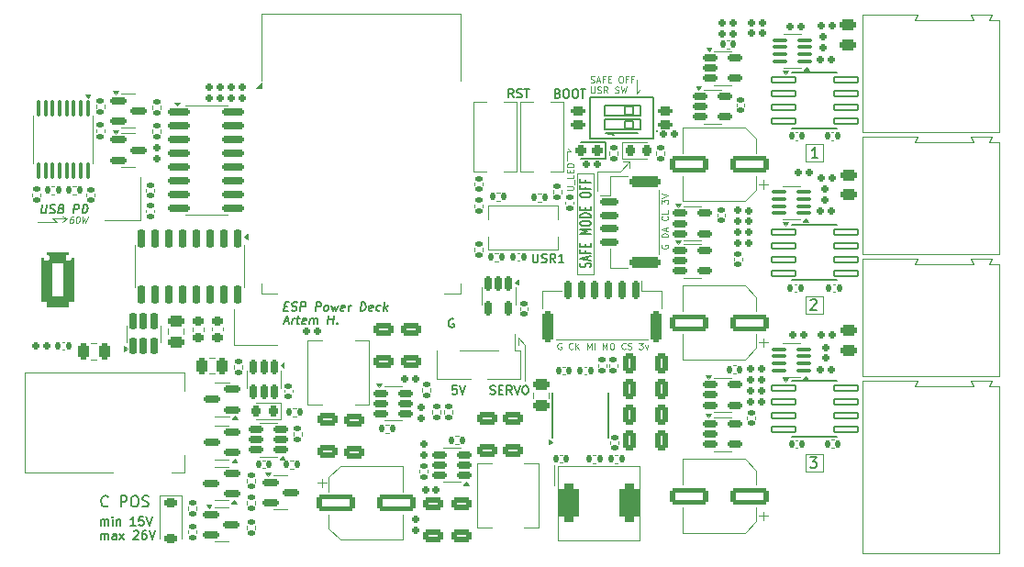
<source format=gbr>
%TF.GenerationSoftware,KiCad,Pcbnew,8.0.4*%
%TF.CreationDate,2025-02-12T19:06:00+01:00*%
%TF.ProjectId,SimpleLedController,53696d70-6c65-44c6-9564-436f6e74726f,A*%
%TF.SameCoordinates,Original*%
%TF.FileFunction,Legend,Top*%
%TF.FilePolarity,Positive*%
%FSLAX46Y46*%
G04 Gerber Fmt 4.6, Leading zero omitted, Abs format (unit mm)*
G04 Created by KiCad (PCBNEW 8.0.4) date 2025-02-12 19:06:00*
%MOMM*%
%LPD*%
G01*
G04 APERTURE LIST*
G04 Aperture macros list*
%AMRoundRect*
0 Rectangle with rounded corners*
0 $1 Rounding radius*
0 $2 $3 $4 $5 $6 $7 $8 $9 X,Y pos of 4 corners*
0 Add a 4 corners polygon primitive as box body*
4,1,4,$2,$3,$4,$5,$6,$7,$8,$9,$2,$3,0*
0 Add four circle primitives for the rounded corners*
1,1,$1+$1,$2,$3*
1,1,$1+$1,$4,$5*
1,1,$1+$1,$6,$7*
1,1,$1+$1,$8,$9*
0 Add four rect primitives between the rounded corners*
20,1,$1+$1,$2,$3,$4,$5,0*
20,1,$1+$1,$4,$5,$6,$7,0*
20,1,$1+$1,$6,$7,$8,$9,0*
20,1,$1+$1,$8,$9,$2,$3,0*%
G04 Aperture macros list end*
%ADD10C,0.100000*%
%ADD11C,0.200000*%
%ADD12C,0.160000*%
%ADD13C,0.175000*%
%ADD14C,0.125000*%
%ADD15C,0.120000*%
%ADD16C,0.150000*%
%ADD17RoundRect,0.135000X-0.135000X-0.185000X0.135000X-0.185000X0.135000X0.185000X-0.135000X0.185000X0*%
%ADD18RoundRect,0.140000X0.170000X-0.140000X0.170000X0.140000X-0.170000X0.140000X-0.170000X-0.140000X0*%
%ADD19R,1.000000X1.250000*%
%ADD20RoundRect,0.140000X-0.170000X0.140000X-0.170000X-0.140000X0.170000X-0.140000X0.170000X0.140000X0*%
%ADD21RoundRect,0.462500X-0.462500X-1.287500X0.462500X-1.287500X0.462500X1.287500X-0.462500X1.287500X0*%
%ADD22RoundRect,0.140000X0.140000X0.170000X-0.140000X0.170000X-0.140000X-0.170000X0.140000X-0.170000X0*%
%ADD23RoundRect,0.159000X-0.159000X-0.189000X0.159000X-0.189000X0.159000X0.189000X-0.159000X0.189000X0*%
%ADD24RoundRect,0.135000X-0.185000X0.135000X-0.185000X-0.135000X0.185000X-0.135000X0.185000X0.135000X0*%
%ADD25RoundRect,0.150000X-0.512500X-0.150000X0.512500X-0.150000X0.512500X0.150000X-0.512500X0.150000X0*%
%ADD26RoundRect,0.200000X0.450000X0.200000X-0.450000X0.200000X-0.450000X-0.200000X0.450000X-0.200000X0*%
%ADD27RoundRect,0.135000X0.185000X-0.135000X0.185000X0.135000X-0.185000X0.135000X-0.185000X-0.135000X0*%
%ADD28RoundRect,0.250000X-0.250000X-0.475000X0.250000X-0.475000X0.250000X0.475000X-0.250000X0.475000X0*%
%ADD29C,5.600000*%
%ADD30RoundRect,0.150000X-0.587500X-0.150000X0.587500X-0.150000X0.587500X0.150000X-0.587500X0.150000X0*%
%ADD31C,0.770000*%
%ADD32C,0.740000*%
%ADD33RoundRect,0.070000X-1.100000X-0.250000X1.100000X-0.250000X1.100000X0.250000X-1.100000X0.250000X0*%
%ADD34R,2.400000X3.100000*%
%ADD35RoundRect,0.159000X0.159000X0.189000X-0.159000X0.189000X-0.159000X-0.189000X0.159000X-0.189000X0*%
%ADD36RoundRect,0.135000X0.135000X0.185000X-0.135000X0.185000X-0.135000X-0.185000X0.135000X-0.185000X0*%
%ADD37RoundRect,0.266521X0.671479X-0.346479X0.671479X0.346479X-0.671479X0.346479X-0.671479X-0.346479X0*%
%ADD38C,1.296000*%
%ADD39RoundRect,0.250000X-0.475000X0.250000X-0.475000X-0.250000X0.475000X-0.250000X0.475000X0.250000X0*%
%ADD40RoundRect,0.266521X-0.671479X0.346479X-0.671479X-0.346479X0.671479X-0.346479X0.671479X0.346479X0*%
%ADD41RoundRect,0.266521X0.346479X0.671479X-0.346479X0.671479X-0.346479X-0.671479X0.346479X-0.671479X0*%
%ADD42RoundRect,0.159000X-0.189000X0.159000X-0.189000X-0.159000X0.189000X-0.159000X0.189000X0.159000X0*%
%ADD43RoundRect,0.159000X0.189000X-0.159000X0.189000X0.159000X-0.189000X0.159000X-0.189000X-0.159000X0*%
%ADD44RoundRect,0.150000X-0.150000X0.512500X-0.150000X-0.512500X0.150000X-0.512500X0.150000X0.512500X0*%
%ADD45RoundRect,0.150000X-0.825000X-0.150000X0.825000X-0.150000X0.825000X0.150000X-0.825000X0.150000X0*%
%ADD46RoundRect,0.140000X-0.140000X-0.170000X0.140000X-0.170000X0.140000X0.170000X-0.140000X0.170000X0*%
%ADD47R,2.500000X1.900000*%
%ADD48O,4.000000X2.000000*%
%ADD49O,2.000000X4.000000*%
%ADD50R,2.000000X4.500000*%
%ADD51O,3.960000X1.980000*%
%ADD52R,3.960000X1.980000*%
%ADD53RoundRect,0.100000X0.562500X0.100000X-0.562500X0.100000X-0.562500X-0.100000X0.562500X-0.100000X0*%
%ADD54RoundRect,0.150000X0.512500X0.150000X-0.512500X0.150000X-0.512500X-0.150000X0.512500X-0.150000X0*%
%ADD55RoundRect,0.225000X-0.375000X0.225000X-0.375000X-0.225000X0.375000X-0.225000X0.375000X0.225000X0*%
%ADD56RoundRect,0.267317X0.470683X-0.280683X0.470683X0.280683X-0.470683X0.280683X-0.470683X-0.280683X0*%
%ADD57RoundRect,0.225000X0.250000X-0.225000X0.250000X0.225000X-0.250000X0.225000X-0.250000X-0.225000X0*%
%ADD58C,0.600000*%
%ADD59R,3.900000X3.900000*%
%ADD60R,1.500000X0.900000*%
%ADD61R,0.900000X1.500000*%
%ADD62RoundRect,0.250000X1.500000X0.550000X-1.500000X0.550000X-1.500000X-0.550000X1.500000X-0.550000X0*%
%ADD63RoundRect,0.250000X-1.500000X-0.550000X1.500000X-0.550000X1.500000X0.550000X-1.500000X0.550000X0*%
%ADD64RoundRect,0.250000X0.250000X0.475000X-0.250000X0.475000X-0.250000X-0.475000X0.250000X-0.475000X0*%
%ADD65O,2.100000X1.300000*%
%ADD66O,2.300000X1.300000*%
%ADD67RoundRect,0.500000X-1.000000X2.000000X-1.000000X-2.000000X1.000000X-2.000000X1.000000X2.000000X0*%
%ADD68R,1.400000X0.500000*%
%ADD69R,1.400000X0.300000*%
%ADD70RoundRect,0.218750X0.218750X0.256250X-0.218750X0.256250X-0.218750X-0.256250X0.218750X-0.256250X0*%
%ADD71R,3.502000X2.613000*%
%ADD72R,0.802000X1.505000*%
%ADD73RoundRect,0.150000X0.587500X0.150000X-0.587500X0.150000X-0.587500X-0.150000X0.587500X-0.150000X0*%
%ADD74RoundRect,0.150000X0.150000X-0.650000X0.150000X0.650000X-0.150000X0.650000X-0.150000X-0.650000X0*%
%ADD75R,1.400000X1.200000*%
%ADD76RoundRect,0.239000X0.239000X0.274000X-0.239000X0.274000X-0.239000X-0.274000X0.239000X-0.274000X0*%
%ADD77RoundRect,0.250000X0.250000X1.150000X-0.250000X1.150000X-0.250000X-1.150000X0.250000X-1.150000X0*%
%ADD78RoundRect,0.150000X0.150000X0.700000X-0.150000X0.700000X-0.150000X-0.700000X0.150000X-0.700000X0*%
%ADD79RoundRect,0.218750X-0.218750X-0.256250X0.218750X-0.256250X0.218750X0.256250X-0.218750X0.256250X0*%
%ADD80R,1.250000X1.000000*%
%ADD81RoundRect,0.250000X0.475000X-0.250000X0.475000X0.250000X-0.475000X0.250000X-0.475000X-0.250000X0*%
%ADD82R,1.000000X2.510000*%
%ADD83R,1.200000X1.400000*%
%ADD84RoundRect,0.150000X-0.150000X0.725000X-0.150000X-0.725000X0.150000X-0.725000X0.150000X0.725000X0*%
%ADD85RoundRect,0.250000X-1.150000X0.250000X-1.150000X-0.250000X1.150000X-0.250000X1.150000X0.250000X0*%
%ADD86RoundRect,0.150000X-0.700000X0.150000X-0.700000X-0.150000X0.700000X-0.150000X0.700000X0.150000X0*%
%ADD87RoundRect,0.100000X-0.100000X0.637500X-0.100000X-0.637500X0.100000X-0.637500X0.100000X0.637500X0*%
G04 APERTURE END LIST*
D10*
X154381200Y-76479400D02*
X154203400Y-76479400D01*
X171500800Y-73964800D02*
X173075600Y-73964800D01*
X173075600Y-75539600D01*
X171500800Y-75539600D01*
X171500800Y-73964800D01*
X144983200Y-91846400D02*
X144983200Y-92481400D01*
X149504400Y-75438000D02*
X149504400Y-74650600D01*
X155270200Y-75590400D02*
X155270200Y-76149200D01*
X152260300Y-76479400D02*
X154216100Y-76479400D01*
X152247600Y-78257400D02*
X152247600Y-76479400D01*
X171500800Y-102565200D02*
X173075600Y-102565200D01*
X173075600Y-104140000D01*
X171500800Y-104140000D01*
X171500800Y-102565200D01*
X145618200Y-92481400D02*
X144983200Y-91846400D01*
X149809200Y-74650600D02*
X149529800Y-74371200D01*
X149504400Y-74650600D02*
X149809200Y-74650600D01*
X103301800Y-80848200D02*
X102006400Y-80848200D01*
X155892500Y-68021200D02*
X155892500Y-69253100D01*
X103301800Y-80848200D02*
X102920800Y-81127600D01*
X145618200Y-95758000D02*
X145618200Y-92481400D01*
X102006400Y-80848200D02*
X102438200Y-81153000D01*
X155892500Y-69253100D02*
X156171900Y-68973700D01*
X103301800Y-80848200D02*
X102895400Y-80619600D01*
X102438200Y-81153000D02*
X100609400Y-81153000D01*
X155270200Y-75590400D02*
X154381200Y-76479400D01*
X155270200Y-75590400D02*
X154635200Y-75590400D01*
X150393400Y-76695300D02*
X151968200Y-76695300D01*
X151968200Y-85966300D01*
X150393400Y-85966300D01*
X150393400Y-76695300D01*
X171500800Y-88011000D02*
X173075600Y-88011000D01*
X173075600Y-89585800D01*
X171500800Y-89585800D01*
X171500800Y-88011000D01*
D11*
X146346654Y-84080095D02*
X146346654Y-84727714D01*
X146346654Y-84727714D02*
X146384749Y-84803904D01*
X146384749Y-84803904D02*
X146422844Y-84842000D01*
X146422844Y-84842000D02*
X146499035Y-84880095D01*
X146499035Y-84880095D02*
X146651416Y-84880095D01*
X146651416Y-84880095D02*
X146727606Y-84842000D01*
X146727606Y-84842000D02*
X146765701Y-84803904D01*
X146765701Y-84803904D02*
X146803797Y-84727714D01*
X146803797Y-84727714D02*
X146803797Y-84080095D01*
X147146653Y-84842000D02*
X147260939Y-84880095D01*
X147260939Y-84880095D02*
X147451415Y-84880095D01*
X147451415Y-84880095D02*
X147527606Y-84842000D01*
X147527606Y-84842000D02*
X147565701Y-84803904D01*
X147565701Y-84803904D02*
X147603796Y-84727714D01*
X147603796Y-84727714D02*
X147603796Y-84651523D01*
X147603796Y-84651523D02*
X147565701Y-84575333D01*
X147565701Y-84575333D02*
X147527606Y-84537238D01*
X147527606Y-84537238D02*
X147451415Y-84499142D01*
X147451415Y-84499142D02*
X147299034Y-84461047D01*
X147299034Y-84461047D02*
X147222844Y-84422952D01*
X147222844Y-84422952D02*
X147184749Y-84384857D01*
X147184749Y-84384857D02*
X147146653Y-84308666D01*
X147146653Y-84308666D02*
X147146653Y-84232476D01*
X147146653Y-84232476D02*
X147184749Y-84156285D01*
X147184749Y-84156285D02*
X147222844Y-84118190D01*
X147222844Y-84118190D02*
X147299034Y-84080095D01*
X147299034Y-84080095D02*
X147489511Y-84080095D01*
X147489511Y-84080095D02*
X147603796Y-84118190D01*
X148403797Y-84880095D02*
X148137130Y-84499142D01*
X147946654Y-84880095D02*
X147946654Y-84080095D01*
X147946654Y-84080095D02*
X148251416Y-84080095D01*
X148251416Y-84080095D02*
X148327606Y-84118190D01*
X148327606Y-84118190D02*
X148365701Y-84156285D01*
X148365701Y-84156285D02*
X148403797Y-84232476D01*
X148403797Y-84232476D02*
X148403797Y-84346761D01*
X148403797Y-84346761D02*
X148365701Y-84422952D01*
X148365701Y-84422952D02*
X148327606Y-84461047D01*
X148327606Y-84461047D02*
X148251416Y-84499142D01*
X148251416Y-84499142D02*
X147946654Y-84499142D01*
X149165701Y-84880095D02*
X148708558Y-84880095D01*
X148937130Y-84880095D02*
X148937130Y-84080095D01*
X148937130Y-84080095D02*
X148860939Y-84194380D01*
X148860939Y-84194380D02*
X148784749Y-84270571D01*
X148784749Y-84270571D02*
X148708558Y-84308666D01*
X171886445Y-102829419D02*
X172505492Y-102829419D01*
X172505492Y-102829419D02*
X172172159Y-103210371D01*
X172172159Y-103210371D02*
X172315016Y-103210371D01*
X172315016Y-103210371D02*
X172410254Y-103257990D01*
X172410254Y-103257990D02*
X172457873Y-103305609D01*
X172457873Y-103305609D02*
X172505492Y-103400847D01*
X172505492Y-103400847D02*
X172505492Y-103638942D01*
X172505492Y-103638942D02*
X172457873Y-103734180D01*
X172457873Y-103734180D02*
X172410254Y-103781800D01*
X172410254Y-103781800D02*
X172315016Y-103829419D01*
X172315016Y-103829419D02*
X172029302Y-103829419D01*
X172029302Y-103829419D02*
X171934064Y-103781800D01*
X171934064Y-103781800D02*
X171886445Y-103734180D01*
D10*
X148935131Y-92313942D02*
X148877989Y-92285371D01*
X148877989Y-92285371D02*
X148792274Y-92285371D01*
X148792274Y-92285371D02*
X148706560Y-92313942D01*
X148706560Y-92313942D02*
X148649417Y-92371085D01*
X148649417Y-92371085D02*
X148620846Y-92428228D01*
X148620846Y-92428228D02*
X148592274Y-92542514D01*
X148592274Y-92542514D02*
X148592274Y-92628228D01*
X148592274Y-92628228D02*
X148620846Y-92742514D01*
X148620846Y-92742514D02*
X148649417Y-92799657D01*
X148649417Y-92799657D02*
X148706560Y-92856800D01*
X148706560Y-92856800D02*
X148792274Y-92885371D01*
X148792274Y-92885371D02*
X148849417Y-92885371D01*
X148849417Y-92885371D02*
X148935131Y-92856800D01*
X148935131Y-92856800D02*
X148963703Y-92828228D01*
X148963703Y-92828228D02*
X148963703Y-92628228D01*
X148963703Y-92628228D02*
X148849417Y-92628228D01*
X150020846Y-92828228D02*
X149992274Y-92856800D01*
X149992274Y-92856800D02*
X149906560Y-92885371D01*
X149906560Y-92885371D02*
X149849417Y-92885371D01*
X149849417Y-92885371D02*
X149763703Y-92856800D01*
X149763703Y-92856800D02*
X149706560Y-92799657D01*
X149706560Y-92799657D02*
X149677989Y-92742514D01*
X149677989Y-92742514D02*
X149649417Y-92628228D01*
X149649417Y-92628228D02*
X149649417Y-92542514D01*
X149649417Y-92542514D02*
X149677989Y-92428228D01*
X149677989Y-92428228D02*
X149706560Y-92371085D01*
X149706560Y-92371085D02*
X149763703Y-92313942D01*
X149763703Y-92313942D02*
X149849417Y-92285371D01*
X149849417Y-92285371D02*
X149906560Y-92285371D01*
X149906560Y-92285371D02*
X149992274Y-92313942D01*
X149992274Y-92313942D02*
X150020846Y-92342514D01*
X150277989Y-92885371D02*
X150277989Y-92285371D01*
X150620846Y-92885371D02*
X150363703Y-92542514D01*
X150620846Y-92285371D02*
X150277989Y-92628228D01*
X151335132Y-92885371D02*
X151335132Y-92285371D01*
X151335132Y-92285371D02*
X151535132Y-92713942D01*
X151535132Y-92713942D02*
X151735132Y-92285371D01*
X151735132Y-92285371D02*
X151735132Y-92885371D01*
X152020846Y-92885371D02*
X152020846Y-92285371D01*
X152763703Y-92885371D02*
X152763703Y-92285371D01*
X152763703Y-92285371D02*
X152963703Y-92713942D01*
X152963703Y-92713942D02*
X153163703Y-92285371D01*
X153163703Y-92285371D02*
X153163703Y-92885371D01*
X153563702Y-92285371D02*
X153677988Y-92285371D01*
X153677988Y-92285371D02*
X153735131Y-92313942D01*
X153735131Y-92313942D02*
X153792274Y-92371085D01*
X153792274Y-92371085D02*
X153820845Y-92485371D01*
X153820845Y-92485371D02*
X153820845Y-92685371D01*
X153820845Y-92685371D02*
X153792274Y-92799657D01*
X153792274Y-92799657D02*
X153735131Y-92856800D01*
X153735131Y-92856800D02*
X153677988Y-92885371D01*
X153677988Y-92885371D02*
X153563702Y-92885371D01*
X153563702Y-92885371D02*
X153506560Y-92856800D01*
X153506560Y-92856800D02*
X153449417Y-92799657D01*
X153449417Y-92799657D02*
X153420845Y-92685371D01*
X153420845Y-92685371D02*
X153420845Y-92485371D01*
X153420845Y-92485371D02*
X153449417Y-92371085D01*
X153449417Y-92371085D02*
X153506560Y-92313942D01*
X153506560Y-92313942D02*
X153563702Y-92285371D01*
X154877988Y-92828228D02*
X154849416Y-92856800D01*
X154849416Y-92856800D02*
X154763702Y-92885371D01*
X154763702Y-92885371D02*
X154706559Y-92885371D01*
X154706559Y-92885371D02*
X154620845Y-92856800D01*
X154620845Y-92856800D02*
X154563702Y-92799657D01*
X154563702Y-92799657D02*
X154535131Y-92742514D01*
X154535131Y-92742514D02*
X154506559Y-92628228D01*
X154506559Y-92628228D02*
X154506559Y-92542514D01*
X154506559Y-92542514D02*
X154535131Y-92428228D01*
X154535131Y-92428228D02*
X154563702Y-92371085D01*
X154563702Y-92371085D02*
X154620845Y-92313942D01*
X154620845Y-92313942D02*
X154706559Y-92285371D01*
X154706559Y-92285371D02*
X154763702Y-92285371D01*
X154763702Y-92285371D02*
X154849416Y-92313942D01*
X154849416Y-92313942D02*
X154877988Y-92342514D01*
X155106559Y-92856800D02*
X155192274Y-92885371D01*
X155192274Y-92885371D02*
X155335131Y-92885371D01*
X155335131Y-92885371D02*
X155392274Y-92856800D01*
X155392274Y-92856800D02*
X155420845Y-92828228D01*
X155420845Y-92828228D02*
X155449416Y-92771085D01*
X155449416Y-92771085D02*
X155449416Y-92713942D01*
X155449416Y-92713942D02*
X155420845Y-92656800D01*
X155420845Y-92656800D02*
X155392274Y-92628228D01*
X155392274Y-92628228D02*
X155335131Y-92599657D01*
X155335131Y-92599657D02*
X155220845Y-92571085D01*
X155220845Y-92571085D02*
X155163702Y-92542514D01*
X155163702Y-92542514D02*
X155135131Y-92513942D01*
X155135131Y-92513942D02*
X155106559Y-92456800D01*
X155106559Y-92456800D02*
X155106559Y-92399657D01*
X155106559Y-92399657D02*
X155135131Y-92342514D01*
X155135131Y-92342514D02*
X155163702Y-92313942D01*
X155163702Y-92313942D02*
X155220845Y-92285371D01*
X155220845Y-92285371D02*
X155363702Y-92285371D01*
X155363702Y-92285371D02*
X155449416Y-92313942D01*
X156106560Y-92285371D02*
X156477988Y-92285371D01*
X156477988Y-92285371D02*
X156277988Y-92513942D01*
X156277988Y-92513942D02*
X156363703Y-92513942D01*
X156363703Y-92513942D02*
X156420846Y-92542514D01*
X156420846Y-92542514D02*
X156449417Y-92571085D01*
X156449417Y-92571085D02*
X156477988Y-92628228D01*
X156477988Y-92628228D02*
X156477988Y-92771085D01*
X156477988Y-92771085D02*
X156449417Y-92828228D01*
X156449417Y-92828228D02*
X156420846Y-92856800D01*
X156420846Y-92856800D02*
X156363703Y-92885371D01*
X156363703Y-92885371D02*
X156192274Y-92885371D01*
X156192274Y-92885371D02*
X156135131Y-92856800D01*
X156135131Y-92856800D02*
X156106560Y-92828228D01*
X156677989Y-92485371D02*
X156820846Y-92885371D01*
X156820846Y-92885371D02*
X156963703Y-92485371D01*
X149460771Y-78175753D02*
X149946485Y-78175753D01*
X149946485Y-78175753D02*
X150003628Y-78147182D01*
X150003628Y-78147182D02*
X150032200Y-78118611D01*
X150032200Y-78118611D02*
X150060771Y-78061468D01*
X150060771Y-78061468D02*
X150060771Y-77947182D01*
X150060771Y-77947182D02*
X150032200Y-77890039D01*
X150032200Y-77890039D02*
X150003628Y-77861468D01*
X150003628Y-77861468D02*
X149946485Y-77832896D01*
X149946485Y-77832896D02*
X149460771Y-77832896D01*
X150117914Y-77690040D02*
X150117914Y-77232897D01*
X150060771Y-76804325D02*
X150060771Y-77090039D01*
X150060771Y-77090039D02*
X149460771Y-77090039D01*
X149746485Y-76604325D02*
X149746485Y-76404325D01*
X150060771Y-76318611D02*
X150060771Y-76604325D01*
X150060771Y-76604325D02*
X149460771Y-76604325D01*
X149460771Y-76604325D02*
X149460771Y-76318611D01*
X150060771Y-76061468D02*
X149460771Y-76061468D01*
X149460771Y-76061468D02*
X149460771Y-75918611D01*
X149460771Y-75918611D02*
X149489342Y-75832897D01*
X149489342Y-75832897D02*
X149546485Y-75775754D01*
X149546485Y-75775754D02*
X149603628Y-75747183D01*
X149603628Y-75747183D02*
X149717914Y-75718611D01*
X149717914Y-75718611D02*
X149803628Y-75718611D01*
X149803628Y-75718611D02*
X149917914Y-75747183D01*
X149917914Y-75747183D02*
X149975057Y-75775754D01*
X149975057Y-75775754D02*
X150032200Y-75832897D01*
X150032200Y-75832897D02*
X150060771Y-75918611D01*
X150060771Y-75918611D02*
X150060771Y-76061468D01*
D12*
X101025777Y-79535575D02*
X100944824Y-80183194D01*
X100944824Y-80183194D02*
X100973396Y-80259384D01*
X100973396Y-80259384D02*
X101006729Y-80297480D01*
X101006729Y-80297480D02*
X101078158Y-80335575D01*
X101078158Y-80335575D02*
X101230539Y-80335575D01*
X101230539Y-80335575D02*
X101311491Y-80297480D01*
X101311491Y-80297480D02*
X101354348Y-80259384D01*
X101354348Y-80259384D02*
X101401967Y-80183194D01*
X101401967Y-80183194D02*
X101482920Y-79535575D01*
X101730538Y-80297480D02*
X101840062Y-80335575D01*
X101840062Y-80335575D02*
X102030538Y-80335575D01*
X102030538Y-80335575D02*
X102111491Y-80297480D01*
X102111491Y-80297480D02*
X102154348Y-80259384D01*
X102154348Y-80259384D02*
X102201967Y-80183194D01*
X102201967Y-80183194D02*
X102211491Y-80107003D01*
X102211491Y-80107003D02*
X102182919Y-80030813D01*
X102182919Y-80030813D02*
X102149586Y-79992718D01*
X102149586Y-79992718D02*
X102078158Y-79954622D01*
X102078158Y-79954622D02*
X101930538Y-79916527D01*
X101930538Y-79916527D02*
X101859110Y-79878432D01*
X101859110Y-79878432D02*
X101825777Y-79840337D01*
X101825777Y-79840337D02*
X101797205Y-79764146D01*
X101797205Y-79764146D02*
X101806729Y-79687956D01*
X101806729Y-79687956D02*
X101854348Y-79611765D01*
X101854348Y-79611765D02*
X101897205Y-79573670D01*
X101897205Y-79573670D02*
X101978158Y-79535575D01*
X101978158Y-79535575D02*
X102168634Y-79535575D01*
X102168634Y-79535575D02*
X102278158Y-79573670D01*
X102844824Y-79916527D02*
X102954348Y-79954622D01*
X102954348Y-79954622D02*
X102987682Y-79992718D01*
X102987682Y-79992718D02*
X103016253Y-80068908D01*
X103016253Y-80068908D02*
X103001967Y-80183194D01*
X103001967Y-80183194D02*
X102954348Y-80259384D01*
X102954348Y-80259384D02*
X102911491Y-80297480D01*
X102911491Y-80297480D02*
X102830539Y-80335575D01*
X102830539Y-80335575D02*
X102525777Y-80335575D01*
X102525777Y-80335575D02*
X102625777Y-79535575D01*
X102625777Y-79535575D02*
X102892443Y-79535575D01*
X102892443Y-79535575D02*
X102963872Y-79573670D01*
X102963872Y-79573670D02*
X102997205Y-79611765D01*
X102997205Y-79611765D02*
X103025777Y-79687956D01*
X103025777Y-79687956D02*
X103016253Y-79764146D01*
X103016253Y-79764146D02*
X102968634Y-79840337D01*
X102968634Y-79840337D02*
X102925777Y-79878432D01*
X102925777Y-79878432D02*
X102844824Y-79916527D01*
X102844824Y-79916527D02*
X102578158Y-79916527D01*
X103935301Y-80335575D02*
X104035301Y-79535575D01*
X104035301Y-79535575D02*
X104340063Y-79535575D01*
X104340063Y-79535575D02*
X104411491Y-79573670D01*
X104411491Y-79573670D02*
X104444825Y-79611765D01*
X104444825Y-79611765D02*
X104473396Y-79687956D01*
X104473396Y-79687956D02*
X104459110Y-79802241D01*
X104459110Y-79802241D02*
X104411491Y-79878432D01*
X104411491Y-79878432D02*
X104368634Y-79916527D01*
X104368634Y-79916527D02*
X104287682Y-79954622D01*
X104287682Y-79954622D02*
X103982920Y-79954622D01*
X104735301Y-80335575D02*
X104835301Y-79535575D01*
X104835301Y-79535575D02*
X105025777Y-79535575D01*
X105025777Y-79535575D02*
X105135301Y-79573670D01*
X105135301Y-79573670D02*
X105201967Y-79649860D01*
X105201967Y-79649860D02*
X105230539Y-79726051D01*
X105230539Y-79726051D02*
X105249587Y-79878432D01*
X105249587Y-79878432D02*
X105235301Y-79992718D01*
X105235301Y-79992718D02*
X105178158Y-80145099D01*
X105178158Y-80145099D02*
X105130539Y-80221289D01*
X105130539Y-80221289D02*
X105044825Y-80297480D01*
X105044825Y-80297480D02*
X104925777Y-80335575D01*
X104925777Y-80335575D02*
X104735301Y-80335575D01*
D13*
X151615451Y-85327298D02*
X151663070Y-85227298D01*
X151663070Y-85227298D02*
X151663070Y-85060632D01*
X151663070Y-85060632D02*
X151615451Y-84993965D01*
X151615451Y-84993965D02*
X151567831Y-84960632D01*
X151567831Y-84960632D02*
X151472593Y-84927298D01*
X151472593Y-84927298D02*
X151377355Y-84927298D01*
X151377355Y-84927298D02*
X151282117Y-84960632D01*
X151282117Y-84960632D02*
X151234498Y-84993965D01*
X151234498Y-84993965D02*
X151186879Y-85060632D01*
X151186879Y-85060632D02*
X151139260Y-85193965D01*
X151139260Y-85193965D02*
X151091641Y-85260632D01*
X151091641Y-85260632D02*
X151044022Y-85293965D01*
X151044022Y-85293965D02*
X150948784Y-85327298D01*
X150948784Y-85327298D02*
X150853546Y-85327298D01*
X150853546Y-85327298D02*
X150758308Y-85293965D01*
X150758308Y-85293965D02*
X150710689Y-85260632D01*
X150710689Y-85260632D02*
X150663070Y-85193965D01*
X150663070Y-85193965D02*
X150663070Y-85027298D01*
X150663070Y-85027298D02*
X150710689Y-84927298D01*
X151377355Y-84660631D02*
X151377355Y-84327298D01*
X151663070Y-84727298D02*
X150663070Y-84493965D01*
X150663070Y-84493965D02*
X151663070Y-84260631D01*
X151139260Y-83793965D02*
X151139260Y-84027298D01*
X151663070Y-84027298D02*
X150663070Y-84027298D01*
X150663070Y-84027298D02*
X150663070Y-83693965D01*
X151139260Y-83427298D02*
X151139260Y-83193965D01*
X151663070Y-83093965D02*
X151663070Y-83427298D01*
X151663070Y-83427298D02*
X150663070Y-83427298D01*
X150663070Y-83427298D02*
X150663070Y-83093965D01*
X151663070Y-82260632D02*
X150663070Y-82260632D01*
X150663070Y-82260632D02*
X151377355Y-82027299D01*
X151377355Y-82027299D02*
X150663070Y-81793965D01*
X150663070Y-81793965D02*
X151663070Y-81793965D01*
X150663070Y-81327299D02*
X150663070Y-81193965D01*
X150663070Y-81193965D02*
X150710689Y-81127299D01*
X150710689Y-81127299D02*
X150805927Y-81060632D01*
X150805927Y-81060632D02*
X150996403Y-81027299D01*
X150996403Y-81027299D02*
X151329736Y-81027299D01*
X151329736Y-81027299D02*
X151520212Y-81060632D01*
X151520212Y-81060632D02*
X151615451Y-81127299D01*
X151615451Y-81127299D02*
X151663070Y-81193965D01*
X151663070Y-81193965D02*
X151663070Y-81327299D01*
X151663070Y-81327299D02*
X151615451Y-81393965D01*
X151615451Y-81393965D02*
X151520212Y-81460632D01*
X151520212Y-81460632D02*
X151329736Y-81493965D01*
X151329736Y-81493965D02*
X150996403Y-81493965D01*
X150996403Y-81493965D02*
X150805927Y-81460632D01*
X150805927Y-81460632D02*
X150710689Y-81393965D01*
X150710689Y-81393965D02*
X150663070Y-81327299D01*
X151663070Y-80727299D02*
X150663070Y-80727299D01*
X150663070Y-80727299D02*
X150663070Y-80560632D01*
X150663070Y-80560632D02*
X150710689Y-80460632D01*
X150710689Y-80460632D02*
X150805927Y-80393966D01*
X150805927Y-80393966D02*
X150901165Y-80360632D01*
X150901165Y-80360632D02*
X151091641Y-80327299D01*
X151091641Y-80327299D02*
X151234498Y-80327299D01*
X151234498Y-80327299D02*
X151424974Y-80360632D01*
X151424974Y-80360632D02*
X151520212Y-80393966D01*
X151520212Y-80393966D02*
X151615451Y-80460632D01*
X151615451Y-80460632D02*
X151663070Y-80560632D01*
X151663070Y-80560632D02*
X151663070Y-80727299D01*
X151139260Y-80027299D02*
X151139260Y-79793966D01*
X151663070Y-79693966D02*
X151663070Y-80027299D01*
X151663070Y-80027299D02*
X150663070Y-80027299D01*
X150663070Y-80027299D02*
X150663070Y-79693966D01*
X150663070Y-78727300D02*
X150663070Y-78593966D01*
X150663070Y-78593966D02*
X150710689Y-78527300D01*
X150710689Y-78527300D02*
X150805927Y-78460633D01*
X150805927Y-78460633D02*
X150996403Y-78427300D01*
X150996403Y-78427300D02*
X151329736Y-78427300D01*
X151329736Y-78427300D02*
X151520212Y-78460633D01*
X151520212Y-78460633D02*
X151615451Y-78527300D01*
X151615451Y-78527300D02*
X151663070Y-78593966D01*
X151663070Y-78593966D02*
X151663070Y-78727300D01*
X151663070Y-78727300D02*
X151615451Y-78793966D01*
X151615451Y-78793966D02*
X151520212Y-78860633D01*
X151520212Y-78860633D02*
X151329736Y-78893966D01*
X151329736Y-78893966D02*
X150996403Y-78893966D01*
X150996403Y-78893966D02*
X150805927Y-78860633D01*
X150805927Y-78860633D02*
X150710689Y-78793966D01*
X150710689Y-78793966D02*
X150663070Y-78727300D01*
X151139260Y-77893967D02*
X151139260Y-78127300D01*
X151663070Y-78127300D02*
X150663070Y-78127300D01*
X150663070Y-78127300D02*
X150663070Y-77793967D01*
X151139260Y-77293967D02*
X151139260Y-77527300D01*
X151663070Y-77527300D02*
X150663070Y-77527300D01*
X150663070Y-77527300D02*
X150663070Y-77193967D01*
D12*
X123395253Y-90317803D02*
X123776205Y-90317803D01*
X123290491Y-90546375D02*
X123657158Y-89746375D01*
X123657158Y-89746375D02*
X123823824Y-90546375D01*
X124090491Y-90546375D02*
X124157157Y-90013041D01*
X124138110Y-90165422D02*
X124185729Y-90089232D01*
X124185729Y-90089232D02*
X124228586Y-90051137D01*
X124228586Y-90051137D02*
X124309538Y-90013041D01*
X124309538Y-90013041D02*
X124385729Y-90013041D01*
X124538110Y-90013041D02*
X124842872Y-90013041D01*
X124685729Y-89746375D02*
X124600015Y-90432089D01*
X124600015Y-90432089D02*
X124628586Y-90508280D01*
X124628586Y-90508280D02*
X124700015Y-90546375D01*
X124700015Y-90546375D02*
X124776205Y-90546375D01*
X125352396Y-90508280D02*
X125271443Y-90546375D01*
X125271443Y-90546375D02*
X125119062Y-90546375D01*
X125119062Y-90546375D02*
X125047634Y-90508280D01*
X125047634Y-90508280D02*
X125019062Y-90432089D01*
X125019062Y-90432089D02*
X125057158Y-90127327D01*
X125057158Y-90127327D02*
X125104777Y-90051137D01*
X125104777Y-90051137D02*
X125185729Y-90013041D01*
X125185729Y-90013041D02*
X125338110Y-90013041D01*
X125338110Y-90013041D02*
X125409538Y-90051137D01*
X125409538Y-90051137D02*
X125438110Y-90127327D01*
X125438110Y-90127327D02*
X125428586Y-90203518D01*
X125428586Y-90203518D02*
X125038110Y-90279708D01*
X125728586Y-90546375D02*
X125795252Y-90013041D01*
X125785729Y-90089232D02*
X125828586Y-90051137D01*
X125828586Y-90051137D02*
X125909538Y-90013041D01*
X125909538Y-90013041D02*
X126023824Y-90013041D01*
X126023824Y-90013041D02*
X126095252Y-90051137D01*
X126095252Y-90051137D02*
X126123824Y-90127327D01*
X126123824Y-90127327D02*
X126071443Y-90546375D01*
X126123824Y-90127327D02*
X126171443Y-90051137D01*
X126171443Y-90051137D02*
X126252395Y-90013041D01*
X126252395Y-90013041D02*
X126366681Y-90013041D01*
X126366681Y-90013041D02*
X126438110Y-90051137D01*
X126438110Y-90051137D02*
X126466681Y-90127327D01*
X126466681Y-90127327D02*
X126414300Y-90546375D01*
X127404777Y-90546375D02*
X127504777Y-89746375D01*
X127457158Y-90127327D02*
X127914301Y-90127327D01*
X127861920Y-90546375D02*
X127961920Y-89746375D01*
X128252396Y-90470184D02*
X128285729Y-90508280D01*
X128285729Y-90508280D02*
X128242872Y-90546375D01*
X128242872Y-90546375D02*
X128209538Y-90508280D01*
X128209538Y-90508280D02*
X128252396Y-90470184D01*
X128252396Y-90470184D02*
X128242872Y-90546375D01*
D14*
X103918964Y-80625471D02*
X103804678Y-80625471D01*
X103804678Y-80625471D02*
X103743964Y-80654042D01*
X103743964Y-80654042D02*
X103711821Y-80682614D01*
X103711821Y-80682614D02*
X103643964Y-80768328D01*
X103643964Y-80768328D02*
X103601107Y-80882614D01*
X103601107Y-80882614D02*
X103572536Y-81111185D01*
X103572536Y-81111185D02*
X103593964Y-81168328D01*
X103593964Y-81168328D02*
X103618964Y-81196900D01*
X103618964Y-81196900D02*
X103672536Y-81225471D01*
X103672536Y-81225471D02*
X103786821Y-81225471D01*
X103786821Y-81225471D02*
X103847536Y-81196900D01*
X103847536Y-81196900D02*
X103879678Y-81168328D01*
X103879678Y-81168328D02*
X103915393Y-81111185D01*
X103915393Y-81111185D02*
X103933250Y-80968328D01*
X103933250Y-80968328D02*
X103911821Y-80911185D01*
X103911821Y-80911185D02*
X103886821Y-80882614D01*
X103886821Y-80882614D02*
X103833250Y-80854042D01*
X103833250Y-80854042D02*
X103718964Y-80854042D01*
X103718964Y-80854042D02*
X103658250Y-80882614D01*
X103658250Y-80882614D02*
X103626107Y-80911185D01*
X103626107Y-80911185D02*
X103590393Y-80968328D01*
X104347536Y-80625471D02*
X104404679Y-80625471D01*
X104404679Y-80625471D02*
X104458250Y-80654042D01*
X104458250Y-80654042D02*
X104483250Y-80682614D01*
X104483250Y-80682614D02*
X104504679Y-80739757D01*
X104504679Y-80739757D02*
X104518965Y-80854042D01*
X104518965Y-80854042D02*
X104501107Y-80996900D01*
X104501107Y-80996900D02*
X104458250Y-81111185D01*
X104458250Y-81111185D02*
X104422536Y-81168328D01*
X104422536Y-81168328D02*
X104390393Y-81196900D01*
X104390393Y-81196900D02*
X104329679Y-81225471D01*
X104329679Y-81225471D02*
X104272536Y-81225471D01*
X104272536Y-81225471D02*
X104218965Y-81196900D01*
X104218965Y-81196900D02*
X104193965Y-81168328D01*
X104193965Y-81168328D02*
X104172536Y-81111185D01*
X104172536Y-81111185D02*
X104158250Y-80996900D01*
X104158250Y-80996900D02*
X104176107Y-80854042D01*
X104176107Y-80854042D02*
X104218965Y-80739757D01*
X104218965Y-80739757D02*
X104254679Y-80682614D01*
X104254679Y-80682614D02*
X104286822Y-80654042D01*
X104286822Y-80654042D02*
X104347536Y-80625471D01*
X104747536Y-80625471D02*
X104815394Y-81225471D01*
X104815394Y-81225471D02*
X104983251Y-80796900D01*
X104983251Y-80796900D02*
X105043965Y-81225471D01*
X105043965Y-81225471D02*
X105261822Y-80625471D01*
D12*
X123406358Y-88933527D02*
X123673024Y-88933527D01*
X123734929Y-89352575D02*
X123353977Y-89352575D01*
X123353977Y-89352575D02*
X123453977Y-88552575D01*
X123453977Y-88552575D02*
X123834929Y-88552575D01*
X124044453Y-89314480D02*
X124153977Y-89352575D01*
X124153977Y-89352575D02*
X124344453Y-89352575D01*
X124344453Y-89352575D02*
X124425406Y-89314480D01*
X124425406Y-89314480D02*
X124468263Y-89276384D01*
X124468263Y-89276384D02*
X124515882Y-89200194D01*
X124515882Y-89200194D02*
X124525406Y-89124003D01*
X124525406Y-89124003D02*
X124496834Y-89047813D01*
X124496834Y-89047813D02*
X124463501Y-89009718D01*
X124463501Y-89009718D02*
X124392073Y-88971622D01*
X124392073Y-88971622D02*
X124244453Y-88933527D01*
X124244453Y-88933527D02*
X124173025Y-88895432D01*
X124173025Y-88895432D02*
X124139692Y-88857337D01*
X124139692Y-88857337D02*
X124111120Y-88781146D01*
X124111120Y-88781146D02*
X124120644Y-88704956D01*
X124120644Y-88704956D02*
X124168263Y-88628765D01*
X124168263Y-88628765D02*
X124211120Y-88590670D01*
X124211120Y-88590670D02*
X124292073Y-88552575D01*
X124292073Y-88552575D02*
X124482549Y-88552575D01*
X124482549Y-88552575D02*
X124592073Y-88590670D01*
X124839692Y-89352575D02*
X124939692Y-88552575D01*
X124939692Y-88552575D02*
X125244454Y-88552575D01*
X125244454Y-88552575D02*
X125315882Y-88590670D01*
X125315882Y-88590670D02*
X125349216Y-88628765D01*
X125349216Y-88628765D02*
X125377787Y-88704956D01*
X125377787Y-88704956D02*
X125363501Y-88819241D01*
X125363501Y-88819241D02*
X125315882Y-88895432D01*
X125315882Y-88895432D02*
X125273025Y-88933527D01*
X125273025Y-88933527D02*
X125192073Y-88971622D01*
X125192073Y-88971622D02*
X124887311Y-88971622D01*
X126249216Y-89352575D02*
X126349216Y-88552575D01*
X126349216Y-88552575D02*
X126653978Y-88552575D01*
X126653978Y-88552575D02*
X126725406Y-88590670D01*
X126725406Y-88590670D02*
X126758740Y-88628765D01*
X126758740Y-88628765D02*
X126787311Y-88704956D01*
X126787311Y-88704956D02*
X126773025Y-88819241D01*
X126773025Y-88819241D02*
X126725406Y-88895432D01*
X126725406Y-88895432D02*
X126682549Y-88933527D01*
X126682549Y-88933527D02*
X126601597Y-88971622D01*
X126601597Y-88971622D02*
X126296835Y-88971622D01*
X127163502Y-89352575D02*
X127092073Y-89314480D01*
X127092073Y-89314480D02*
X127058740Y-89276384D01*
X127058740Y-89276384D02*
X127030168Y-89200194D01*
X127030168Y-89200194D02*
X127058740Y-88971622D01*
X127058740Y-88971622D02*
X127106359Y-88895432D01*
X127106359Y-88895432D02*
X127149216Y-88857337D01*
X127149216Y-88857337D02*
X127230168Y-88819241D01*
X127230168Y-88819241D02*
X127344454Y-88819241D01*
X127344454Y-88819241D02*
X127415882Y-88857337D01*
X127415882Y-88857337D02*
X127449216Y-88895432D01*
X127449216Y-88895432D02*
X127477787Y-88971622D01*
X127477787Y-88971622D02*
X127449216Y-89200194D01*
X127449216Y-89200194D02*
X127401597Y-89276384D01*
X127401597Y-89276384D02*
X127358740Y-89314480D01*
X127358740Y-89314480D02*
X127277787Y-89352575D01*
X127277787Y-89352575D02*
X127163502Y-89352575D01*
X127763502Y-88819241D02*
X127849216Y-89352575D01*
X127849216Y-89352575D02*
X128049216Y-88971622D01*
X128049216Y-88971622D02*
X128153978Y-89352575D01*
X128153978Y-89352575D02*
X128373026Y-88819241D01*
X128920645Y-89314480D02*
X128839692Y-89352575D01*
X128839692Y-89352575D02*
X128687311Y-89352575D01*
X128687311Y-89352575D02*
X128615883Y-89314480D01*
X128615883Y-89314480D02*
X128587311Y-89238289D01*
X128587311Y-89238289D02*
X128625407Y-88933527D01*
X128625407Y-88933527D02*
X128673026Y-88857337D01*
X128673026Y-88857337D02*
X128753978Y-88819241D01*
X128753978Y-88819241D02*
X128906359Y-88819241D01*
X128906359Y-88819241D02*
X128977787Y-88857337D01*
X128977787Y-88857337D02*
X129006359Y-88933527D01*
X129006359Y-88933527D02*
X128996835Y-89009718D01*
X128996835Y-89009718D02*
X128606359Y-89085908D01*
X129296835Y-89352575D02*
X129363501Y-88819241D01*
X129344454Y-88971622D02*
X129392073Y-88895432D01*
X129392073Y-88895432D02*
X129434930Y-88857337D01*
X129434930Y-88857337D02*
X129515882Y-88819241D01*
X129515882Y-88819241D02*
X129592073Y-88819241D01*
X130401597Y-89352575D02*
X130501597Y-88552575D01*
X130501597Y-88552575D02*
X130692073Y-88552575D01*
X130692073Y-88552575D02*
X130801597Y-88590670D01*
X130801597Y-88590670D02*
X130868263Y-88666860D01*
X130868263Y-88666860D02*
X130896835Y-88743051D01*
X130896835Y-88743051D02*
X130915883Y-88895432D01*
X130915883Y-88895432D02*
X130901597Y-89009718D01*
X130901597Y-89009718D02*
X130844454Y-89162099D01*
X130844454Y-89162099D02*
X130796835Y-89238289D01*
X130796835Y-89238289D02*
X130711121Y-89314480D01*
X130711121Y-89314480D02*
X130592073Y-89352575D01*
X130592073Y-89352575D02*
X130401597Y-89352575D01*
X131511121Y-89314480D02*
X131430168Y-89352575D01*
X131430168Y-89352575D02*
X131277787Y-89352575D01*
X131277787Y-89352575D02*
X131206359Y-89314480D01*
X131206359Y-89314480D02*
X131177787Y-89238289D01*
X131177787Y-89238289D02*
X131215883Y-88933527D01*
X131215883Y-88933527D02*
X131263502Y-88857337D01*
X131263502Y-88857337D02*
X131344454Y-88819241D01*
X131344454Y-88819241D02*
X131496835Y-88819241D01*
X131496835Y-88819241D02*
X131568263Y-88857337D01*
X131568263Y-88857337D02*
X131596835Y-88933527D01*
X131596835Y-88933527D02*
X131587311Y-89009718D01*
X131587311Y-89009718D02*
X131196835Y-89085908D01*
X132234930Y-89314480D02*
X132153977Y-89352575D01*
X132153977Y-89352575D02*
X132001597Y-89352575D01*
X132001597Y-89352575D02*
X131930168Y-89314480D01*
X131930168Y-89314480D02*
X131896835Y-89276384D01*
X131896835Y-89276384D02*
X131868263Y-89200194D01*
X131868263Y-89200194D02*
X131896835Y-88971622D01*
X131896835Y-88971622D02*
X131944454Y-88895432D01*
X131944454Y-88895432D02*
X131987311Y-88857337D01*
X131987311Y-88857337D02*
X132068263Y-88819241D01*
X132068263Y-88819241D02*
X132220644Y-88819241D01*
X132220644Y-88819241D02*
X132292073Y-88857337D01*
X132573025Y-89352575D02*
X132673025Y-88552575D01*
X132687311Y-89047813D02*
X132877787Y-89352575D01*
X132944453Y-88819241D02*
X132601596Y-89124003D01*
D11*
X172622882Y-75229019D02*
X172051454Y-75229019D01*
X172337168Y-75229019D02*
X172337168Y-74229019D01*
X172337168Y-74229019D02*
X172241930Y-74371876D01*
X172241930Y-74371876D02*
X172146692Y-74467114D01*
X172146692Y-74467114D02*
X172051454Y-74514733D01*
D12*
X142396043Y-97010680D02*
X142510329Y-97048775D01*
X142510329Y-97048775D02*
X142700805Y-97048775D01*
X142700805Y-97048775D02*
X142776996Y-97010680D01*
X142776996Y-97010680D02*
X142815091Y-96972584D01*
X142815091Y-96972584D02*
X142853186Y-96896394D01*
X142853186Y-96896394D02*
X142853186Y-96820203D01*
X142853186Y-96820203D02*
X142815091Y-96744013D01*
X142815091Y-96744013D02*
X142776996Y-96705918D01*
X142776996Y-96705918D02*
X142700805Y-96667822D01*
X142700805Y-96667822D02*
X142548424Y-96629727D01*
X142548424Y-96629727D02*
X142472234Y-96591632D01*
X142472234Y-96591632D02*
X142434139Y-96553537D01*
X142434139Y-96553537D02*
X142396043Y-96477346D01*
X142396043Y-96477346D02*
X142396043Y-96401156D01*
X142396043Y-96401156D02*
X142434139Y-96324965D01*
X142434139Y-96324965D02*
X142472234Y-96286870D01*
X142472234Y-96286870D02*
X142548424Y-96248775D01*
X142548424Y-96248775D02*
X142738901Y-96248775D01*
X142738901Y-96248775D02*
X142853186Y-96286870D01*
X143196044Y-96629727D02*
X143462710Y-96629727D01*
X143576996Y-97048775D02*
X143196044Y-97048775D01*
X143196044Y-97048775D02*
X143196044Y-96248775D01*
X143196044Y-96248775D02*
X143576996Y-96248775D01*
X144376997Y-97048775D02*
X144110330Y-96667822D01*
X143919854Y-97048775D02*
X143919854Y-96248775D01*
X143919854Y-96248775D02*
X144224616Y-96248775D01*
X144224616Y-96248775D02*
X144300806Y-96286870D01*
X144300806Y-96286870D02*
X144338901Y-96324965D01*
X144338901Y-96324965D02*
X144376997Y-96401156D01*
X144376997Y-96401156D02*
X144376997Y-96515441D01*
X144376997Y-96515441D02*
X144338901Y-96591632D01*
X144338901Y-96591632D02*
X144300806Y-96629727D01*
X144300806Y-96629727D02*
X144224616Y-96667822D01*
X144224616Y-96667822D02*
X143919854Y-96667822D01*
X144605568Y-96248775D02*
X144872235Y-97048775D01*
X144872235Y-97048775D02*
X145138901Y-96248775D01*
X145557949Y-96248775D02*
X145710330Y-96248775D01*
X145710330Y-96248775D02*
X145786520Y-96286870D01*
X145786520Y-96286870D02*
X145862711Y-96363060D01*
X145862711Y-96363060D02*
X145900806Y-96515441D01*
X145900806Y-96515441D02*
X145900806Y-96782108D01*
X145900806Y-96782108D02*
X145862711Y-96934489D01*
X145862711Y-96934489D02*
X145786520Y-97010680D01*
X145786520Y-97010680D02*
X145710330Y-97048775D01*
X145710330Y-97048775D02*
X145557949Y-97048775D01*
X145557949Y-97048775D02*
X145481758Y-97010680D01*
X145481758Y-97010680D02*
X145405568Y-96934489D01*
X145405568Y-96934489D02*
X145367472Y-96782108D01*
X145367472Y-96782108D02*
X145367472Y-96515441D01*
X145367472Y-96515441D02*
X145405568Y-96363060D01*
X145405568Y-96363060D02*
X145481758Y-96286870D01*
X145481758Y-96286870D02*
X145557949Y-96248775D01*
D11*
X107113101Y-107315580D02*
X107065482Y-107363200D01*
X107065482Y-107363200D02*
X106922625Y-107410819D01*
X106922625Y-107410819D02*
X106827387Y-107410819D01*
X106827387Y-107410819D02*
X106684530Y-107363200D01*
X106684530Y-107363200D02*
X106589292Y-107267961D01*
X106589292Y-107267961D02*
X106541673Y-107172723D01*
X106541673Y-107172723D02*
X106494054Y-106982247D01*
X106494054Y-106982247D02*
X106494054Y-106839390D01*
X106494054Y-106839390D02*
X106541673Y-106648914D01*
X106541673Y-106648914D02*
X106589292Y-106553676D01*
X106589292Y-106553676D02*
X106684530Y-106458438D01*
X106684530Y-106458438D02*
X106827387Y-106410819D01*
X106827387Y-106410819D02*
X106922625Y-106410819D01*
X106922625Y-106410819D02*
X107065482Y-106458438D01*
X107065482Y-106458438D02*
X107113101Y-106506057D01*
X108303578Y-107410819D02*
X108303578Y-106410819D01*
X108303578Y-106410819D02*
X108684530Y-106410819D01*
X108684530Y-106410819D02*
X108779768Y-106458438D01*
X108779768Y-106458438D02*
X108827387Y-106506057D01*
X108827387Y-106506057D02*
X108875006Y-106601295D01*
X108875006Y-106601295D02*
X108875006Y-106744152D01*
X108875006Y-106744152D02*
X108827387Y-106839390D01*
X108827387Y-106839390D02*
X108779768Y-106887009D01*
X108779768Y-106887009D02*
X108684530Y-106934628D01*
X108684530Y-106934628D02*
X108303578Y-106934628D01*
X109494054Y-106410819D02*
X109684530Y-106410819D01*
X109684530Y-106410819D02*
X109779768Y-106458438D01*
X109779768Y-106458438D02*
X109875006Y-106553676D01*
X109875006Y-106553676D02*
X109922625Y-106744152D01*
X109922625Y-106744152D02*
X109922625Y-107077485D01*
X109922625Y-107077485D02*
X109875006Y-107267961D01*
X109875006Y-107267961D02*
X109779768Y-107363200D01*
X109779768Y-107363200D02*
X109684530Y-107410819D01*
X109684530Y-107410819D02*
X109494054Y-107410819D01*
X109494054Y-107410819D02*
X109398816Y-107363200D01*
X109398816Y-107363200D02*
X109303578Y-107267961D01*
X109303578Y-107267961D02*
X109255959Y-107077485D01*
X109255959Y-107077485D02*
X109255959Y-106744152D01*
X109255959Y-106744152D02*
X109303578Y-106553676D01*
X109303578Y-106553676D02*
X109398816Y-106458438D01*
X109398816Y-106458438D02*
X109494054Y-106410819D01*
X110303578Y-107363200D02*
X110446435Y-107410819D01*
X110446435Y-107410819D02*
X110684530Y-107410819D01*
X110684530Y-107410819D02*
X110779768Y-107363200D01*
X110779768Y-107363200D02*
X110827387Y-107315580D01*
X110827387Y-107315580D02*
X110875006Y-107220342D01*
X110875006Y-107220342D02*
X110875006Y-107125104D01*
X110875006Y-107125104D02*
X110827387Y-107029866D01*
X110827387Y-107029866D02*
X110779768Y-106982247D01*
X110779768Y-106982247D02*
X110684530Y-106934628D01*
X110684530Y-106934628D02*
X110494054Y-106887009D01*
X110494054Y-106887009D02*
X110398816Y-106839390D01*
X110398816Y-106839390D02*
X110351197Y-106791771D01*
X110351197Y-106791771D02*
X110303578Y-106696533D01*
X110303578Y-106696533D02*
X110303578Y-106601295D01*
X110303578Y-106601295D02*
X110351197Y-106506057D01*
X110351197Y-106506057D02*
X110398816Y-106458438D01*
X110398816Y-106458438D02*
X110494054Y-106410819D01*
X110494054Y-106410819D02*
X110732149Y-106410819D01*
X110732149Y-106410819D02*
X110875006Y-106458438D01*
D14*
X151646914Y-68250436D02*
X151732629Y-68279007D01*
X151732629Y-68279007D02*
X151875486Y-68279007D01*
X151875486Y-68279007D02*
X151932629Y-68250436D01*
X151932629Y-68250436D02*
X151961200Y-68221864D01*
X151961200Y-68221864D02*
X151989771Y-68164721D01*
X151989771Y-68164721D02*
X151989771Y-68107578D01*
X151989771Y-68107578D02*
X151961200Y-68050436D01*
X151961200Y-68050436D02*
X151932629Y-68021864D01*
X151932629Y-68021864D02*
X151875486Y-67993293D01*
X151875486Y-67993293D02*
X151761200Y-67964721D01*
X151761200Y-67964721D02*
X151704057Y-67936150D01*
X151704057Y-67936150D02*
X151675486Y-67907578D01*
X151675486Y-67907578D02*
X151646914Y-67850436D01*
X151646914Y-67850436D02*
X151646914Y-67793293D01*
X151646914Y-67793293D02*
X151675486Y-67736150D01*
X151675486Y-67736150D02*
X151704057Y-67707578D01*
X151704057Y-67707578D02*
X151761200Y-67679007D01*
X151761200Y-67679007D02*
X151904057Y-67679007D01*
X151904057Y-67679007D02*
X151989771Y-67707578D01*
X152218343Y-68107578D02*
X152504058Y-68107578D01*
X152161200Y-68279007D02*
X152361200Y-67679007D01*
X152361200Y-67679007D02*
X152561200Y-68279007D01*
X152961201Y-67964721D02*
X152761201Y-67964721D01*
X152761201Y-68279007D02*
X152761201Y-67679007D01*
X152761201Y-67679007D02*
X153046915Y-67679007D01*
X153275487Y-67964721D02*
X153475487Y-67964721D01*
X153561201Y-68279007D02*
X153275487Y-68279007D01*
X153275487Y-68279007D02*
X153275487Y-67679007D01*
X153275487Y-67679007D02*
X153561201Y-67679007D01*
X154389772Y-67679007D02*
X154504058Y-67679007D01*
X154504058Y-67679007D02*
X154561201Y-67707578D01*
X154561201Y-67707578D02*
X154618344Y-67764721D01*
X154618344Y-67764721D02*
X154646915Y-67879007D01*
X154646915Y-67879007D02*
X154646915Y-68079007D01*
X154646915Y-68079007D02*
X154618344Y-68193293D01*
X154618344Y-68193293D02*
X154561201Y-68250436D01*
X154561201Y-68250436D02*
X154504058Y-68279007D01*
X154504058Y-68279007D02*
X154389772Y-68279007D01*
X154389772Y-68279007D02*
X154332630Y-68250436D01*
X154332630Y-68250436D02*
X154275487Y-68193293D01*
X154275487Y-68193293D02*
X154246915Y-68079007D01*
X154246915Y-68079007D02*
X154246915Y-67879007D01*
X154246915Y-67879007D02*
X154275487Y-67764721D01*
X154275487Y-67764721D02*
X154332630Y-67707578D01*
X154332630Y-67707578D02*
X154389772Y-67679007D01*
X155104058Y-67964721D02*
X154904058Y-67964721D01*
X154904058Y-68279007D02*
X154904058Y-67679007D01*
X154904058Y-67679007D02*
X155189772Y-67679007D01*
X155618344Y-67964721D02*
X155418344Y-67964721D01*
X155418344Y-68279007D02*
X155418344Y-67679007D01*
X155418344Y-67679007D02*
X155704058Y-67679007D01*
X151675486Y-68644973D02*
X151675486Y-69130687D01*
X151675486Y-69130687D02*
X151704057Y-69187830D01*
X151704057Y-69187830D02*
X151732629Y-69216402D01*
X151732629Y-69216402D02*
X151789771Y-69244973D01*
X151789771Y-69244973D02*
X151904057Y-69244973D01*
X151904057Y-69244973D02*
X151961200Y-69216402D01*
X151961200Y-69216402D02*
X151989771Y-69187830D01*
X151989771Y-69187830D02*
X152018343Y-69130687D01*
X152018343Y-69130687D02*
X152018343Y-68644973D01*
X152275485Y-69216402D02*
X152361200Y-69244973D01*
X152361200Y-69244973D02*
X152504057Y-69244973D01*
X152504057Y-69244973D02*
X152561200Y-69216402D01*
X152561200Y-69216402D02*
X152589771Y-69187830D01*
X152589771Y-69187830D02*
X152618342Y-69130687D01*
X152618342Y-69130687D02*
X152618342Y-69073544D01*
X152618342Y-69073544D02*
X152589771Y-69016402D01*
X152589771Y-69016402D02*
X152561200Y-68987830D01*
X152561200Y-68987830D02*
X152504057Y-68959259D01*
X152504057Y-68959259D02*
X152389771Y-68930687D01*
X152389771Y-68930687D02*
X152332628Y-68902116D01*
X152332628Y-68902116D02*
X152304057Y-68873544D01*
X152304057Y-68873544D02*
X152275485Y-68816402D01*
X152275485Y-68816402D02*
X152275485Y-68759259D01*
X152275485Y-68759259D02*
X152304057Y-68702116D01*
X152304057Y-68702116D02*
X152332628Y-68673544D01*
X152332628Y-68673544D02*
X152389771Y-68644973D01*
X152389771Y-68644973D02*
X152532628Y-68644973D01*
X152532628Y-68644973D02*
X152618342Y-68673544D01*
X153218343Y-69244973D02*
X153018343Y-68959259D01*
X152875486Y-69244973D02*
X152875486Y-68644973D01*
X152875486Y-68644973D02*
X153104057Y-68644973D01*
X153104057Y-68644973D02*
X153161200Y-68673544D01*
X153161200Y-68673544D02*
X153189771Y-68702116D01*
X153189771Y-68702116D02*
X153218343Y-68759259D01*
X153218343Y-68759259D02*
X153218343Y-68844973D01*
X153218343Y-68844973D02*
X153189771Y-68902116D01*
X153189771Y-68902116D02*
X153161200Y-68930687D01*
X153161200Y-68930687D02*
X153104057Y-68959259D01*
X153104057Y-68959259D02*
X152875486Y-68959259D01*
X153904057Y-69216402D02*
X153989772Y-69244973D01*
X153989772Y-69244973D02*
X154132629Y-69244973D01*
X154132629Y-69244973D02*
X154189772Y-69216402D01*
X154189772Y-69216402D02*
X154218343Y-69187830D01*
X154218343Y-69187830D02*
X154246914Y-69130687D01*
X154246914Y-69130687D02*
X154246914Y-69073544D01*
X154246914Y-69073544D02*
X154218343Y-69016402D01*
X154218343Y-69016402D02*
X154189772Y-68987830D01*
X154189772Y-68987830D02*
X154132629Y-68959259D01*
X154132629Y-68959259D02*
X154018343Y-68930687D01*
X154018343Y-68930687D02*
X153961200Y-68902116D01*
X153961200Y-68902116D02*
X153932629Y-68873544D01*
X153932629Y-68873544D02*
X153904057Y-68816402D01*
X153904057Y-68816402D02*
X153904057Y-68759259D01*
X153904057Y-68759259D02*
X153932629Y-68702116D01*
X153932629Y-68702116D02*
X153961200Y-68673544D01*
X153961200Y-68673544D02*
X154018343Y-68644973D01*
X154018343Y-68644973D02*
X154161200Y-68644973D01*
X154161200Y-68644973D02*
X154246914Y-68673544D01*
X154446915Y-68644973D02*
X154589772Y-69244973D01*
X154589772Y-69244973D02*
X154704058Y-68816402D01*
X154704058Y-68816402D02*
X154818343Y-69244973D01*
X154818343Y-69244973D02*
X154961201Y-68644973D01*
D10*
X158226942Y-83271668D02*
X158198371Y-83328811D01*
X158198371Y-83328811D02*
X158198371Y-83414525D01*
X158198371Y-83414525D02*
X158226942Y-83500239D01*
X158226942Y-83500239D02*
X158284085Y-83557382D01*
X158284085Y-83557382D02*
X158341228Y-83585953D01*
X158341228Y-83585953D02*
X158455514Y-83614525D01*
X158455514Y-83614525D02*
X158541228Y-83614525D01*
X158541228Y-83614525D02*
X158655514Y-83585953D01*
X158655514Y-83585953D02*
X158712657Y-83557382D01*
X158712657Y-83557382D02*
X158769800Y-83500239D01*
X158769800Y-83500239D02*
X158798371Y-83414525D01*
X158798371Y-83414525D02*
X158798371Y-83357382D01*
X158798371Y-83357382D02*
X158769800Y-83271668D01*
X158769800Y-83271668D02*
X158741228Y-83243096D01*
X158741228Y-83243096D02*
X158541228Y-83243096D01*
X158541228Y-83243096D02*
X158541228Y-83357382D01*
X158798371Y-82528810D02*
X158198371Y-82528810D01*
X158198371Y-82528810D02*
X158198371Y-82385953D01*
X158198371Y-82385953D02*
X158226942Y-82300239D01*
X158226942Y-82300239D02*
X158284085Y-82243096D01*
X158284085Y-82243096D02*
X158341228Y-82214525D01*
X158341228Y-82214525D02*
X158455514Y-82185953D01*
X158455514Y-82185953D02*
X158541228Y-82185953D01*
X158541228Y-82185953D02*
X158655514Y-82214525D01*
X158655514Y-82214525D02*
X158712657Y-82243096D01*
X158712657Y-82243096D02*
X158769800Y-82300239D01*
X158769800Y-82300239D02*
X158798371Y-82385953D01*
X158798371Y-82385953D02*
X158798371Y-82528810D01*
X158626942Y-81957382D02*
X158626942Y-81671668D01*
X158798371Y-82014525D02*
X158198371Y-81814525D01*
X158198371Y-81814525D02*
X158798371Y-81614525D01*
X158741228Y-80614524D02*
X158769800Y-80643096D01*
X158769800Y-80643096D02*
X158798371Y-80728810D01*
X158798371Y-80728810D02*
X158798371Y-80785953D01*
X158798371Y-80785953D02*
X158769800Y-80871667D01*
X158769800Y-80871667D02*
X158712657Y-80928810D01*
X158712657Y-80928810D02*
X158655514Y-80957381D01*
X158655514Y-80957381D02*
X158541228Y-80985953D01*
X158541228Y-80985953D02*
X158455514Y-80985953D01*
X158455514Y-80985953D02*
X158341228Y-80957381D01*
X158341228Y-80957381D02*
X158284085Y-80928810D01*
X158284085Y-80928810D02*
X158226942Y-80871667D01*
X158226942Y-80871667D02*
X158198371Y-80785953D01*
X158198371Y-80785953D02*
X158198371Y-80728810D01*
X158198371Y-80728810D02*
X158226942Y-80643096D01*
X158226942Y-80643096D02*
X158255514Y-80614524D01*
X158798371Y-80071667D02*
X158798371Y-80357381D01*
X158798371Y-80357381D02*
X158198371Y-80357381D01*
X158198371Y-79471667D02*
X158198371Y-79100239D01*
X158198371Y-79100239D02*
X158426942Y-79300239D01*
X158426942Y-79300239D02*
X158426942Y-79214524D01*
X158426942Y-79214524D02*
X158455514Y-79157382D01*
X158455514Y-79157382D02*
X158484085Y-79128810D01*
X158484085Y-79128810D02*
X158541228Y-79100239D01*
X158541228Y-79100239D02*
X158684085Y-79100239D01*
X158684085Y-79100239D02*
X158741228Y-79128810D01*
X158741228Y-79128810D02*
X158769800Y-79157382D01*
X158769800Y-79157382D02*
X158798371Y-79214524D01*
X158798371Y-79214524D02*
X158798371Y-79385953D01*
X158798371Y-79385953D02*
X158769800Y-79443096D01*
X158769800Y-79443096D02*
X158741228Y-79471667D01*
X158198371Y-78928810D02*
X158798371Y-78728810D01*
X158798371Y-78728810D02*
X158198371Y-78528810D01*
D12*
X106467739Y-109146620D02*
X106467739Y-108613286D01*
X106467739Y-108689477D02*
X106505834Y-108651382D01*
X106505834Y-108651382D02*
X106582024Y-108613286D01*
X106582024Y-108613286D02*
X106696310Y-108613286D01*
X106696310Y-108613286D02*
X106772501Y-108651382D01*
X106772501Y-108651382D02*
X106810596Y-108727572D01*
X106810596Y-108727572D02*
X106810596Y-109146620D01*
X106810596Y-108727572D02*
X106848691Y-108651382D01*
X106848691Y-108651382D02*
X106924882Y-108613286D01*
X106924882Y-108613286D02*
X107039167Y-108613286D01*
X107039167Y-108613286D02*
X107115358Y-108651382D01*
X107115358Y-108651382D02*
X107153453Y-108727572D01*
X107153453Y-108727572D02*
X107153453Y-109146620D01*
X107534406Y-109146620D02*
X107534406Y-108613286D01*
X107534406Y-108346620D02*
X107496310Y-108384715D01*
X107496310Y-108384715D02*
X107534406Y-108422810D01*
X107534406Y-108422810D02*
X107572501Y-108384715D01*
X107572501Y-108384715D02*
X107534406Y-108346620D01*
X107534406Y-108346620D02*
X107534406Y-108422810D01*
X107915358Y-108613286D02*
X107915358Y-109146620D01*
X107915358Y-108689477D02*
X107953453Y-108651382D01*
X107953453Y-108651382D02*
X108029643Y-108613286D01*
X108029643Y-108613286D02*
X108143929Y-108613286D01*
X108143929Y-108613286D02*
X108220120Y-108651382D01*
X108220120Y-108651382D02*
X108258215Y-108727572D01*
X108258215Y-108727572D02*
X108258215Y-109146620D01*
X109667739Y-109146620D02*
X109210596Y-109146620D01*
X109439168Y-109146620D02*
X109439168Y-108346620D01*
X109439168Y-108346620D02*
X109362977Y-108460905D01*
X109362977Y-108460905D02*
X109286787Y-108537096D01*
X109286787Y-108537096D02*
X109210596Y-108575191D01*
X110391549Y-108346620D02*
X110010597Y-108346620D01*
X110010597Y-108346620D02*
X109972501Y-108727572D01*
X109972501Y-108727572D02*
X110010597Y-108689477D01*
X110010597Y-108689477D02*
X110086787Y-108651382D01*
X110086787Y-108651382D02*
X110277263Y-108651382D01*
X110277263Y-108651382D02*
X110353454Y-108689477D01*
X110353454Y-108689477D02*
X110391549Y-108727572D01*
X110391549Y-108727572D02*
X110429644Y-108803763D01*
X110429644Y-108803763D02*
X110429644Y-108994239D01*
X110429644Y-108994239D02*
X110391549Y-109070429D01*
X110391549Y-109070429D02*
X110353454Y-109108525D01*
X110353454Y-109108525D02*
X110277263Y-109146620D01*
X110277263Y-109146620D02*
X110086787Y-109146620D01*
X110086787Y-109146620D02*
X110010597Y-109108525D01*
X110010597Y-109108525D02*
X109972501Y-109070429D01*
X110658216Y-108346620D02*
X110924883Y-109146620D01*
X110924883Y-109146620D02*
X111191549Y-108346620D01*
X106467739Y-110434575D02*
X106467739Y-109901241D01*
X106467739Y-109977432D02*
X106505834Y-109939337D01*
X106505834Y-109939337D02*
X106582024Y-109901241D01*
X106582024Y-109901241D02*
X106696310Y-109901241D01*
X106696310Y-109901241D02*
X106772501Y-109939337D01*
X106772501Y-109939337D02*
X106810596Y-110015527D01*
X106810596Y-110015527D02*
X106810596Y-110434575D01*
X106810596Y-110015527D02*
X106848691Y-109939337D01*
X106848691Y-109939337D02*
X106924882Y-109901241D01*
X106924882Y-109901241D02*
X107039167Y-109901241D01*
X107039167Y-109901241D02*
X107115358Y-109939337D01*
X107115358Y-109939337D02*
X107153453Y-110015527D01*
X107153453Y-110015527D02*
X107153453Y-110434575D01*
X107877263Y-110434575D02*
X107877263Y-110015527D01*
X107877263Y-110015527D02*
X107839168Y-109939337D01*
X107839168Y-109939337D02*
X107762977Y-109901241D01*
X107762977Y-109901241D02*
X107610596Y-109901241D01*
X107610596Y-109901241D02*
X107534406Y-109939337D01*
X107877263Y-110396480D02*
X107801072Y-110434575D01*
X107801072Y-110434575D02*
X107610596Y-110434575D01*
X107610596Y-110434575D02*
X107534406Y-110396480D01*
X107534406Y-110396480D02*
X107496310Y-110320289D01*
X107496310Y-110320289D02*
X107496310Y-110244099D01*
X107496310Y-110244099D02*
X107534406Y-110167908D01*
X107534406Y-110167908D02*
X107610596Y-110129813D01*
X107610596Y-110129813D02*
X107801072Y-110129813D01*
X107801072Y-110129813D02*
X107877263Y-110091718D01*
X108182025Y-110434575D02*
X108601073Y-109901241D01*
X108182025Y-109901241D02*
X108601073Y-110434575D01*
X109477263Y-109710765D02*
X109515359Y-109672670D01*
X109515359Y-109672670D02*
X109591549Y-109634575D01*
X109591549Y-109634575D02*
X109782025Y-109634575D01*
X109782025Y-109634575D02*
X109858216Y-109672670D01*
X109858216Y-109672670D02*
X109896311Y-109710765D01*
X109896311Y-109710765D02*
X109934406Y-109786956D01*
X109934406Y-109786956D02*
X109934406Y-109863146D01*
X109934406Y-109863146D02*
X109896311Y-109977432D01*
X109896311Y-109977432D02*
X109439168Y-110434575D01*
X109439168Y-110434575D02*
X109934406Y-110434575D01*
X110620121Y-109634575D02*
X110467740Y-109634575D01*
X110467740Y-109634575D02*
X110391549Y-109672670D01*
X110391549Y-109672670D02*
X110353454Y-109710765D01*
X110353454Y-109710765D02*
X110277264Y-109825051D01*
X110277264Y-109825051D02*
X110239168Y-109977432D01*
X110239168Y-109977432D02*
X110239168Y-110282194D01*
X110239168Y-110282194D02*
X110277264Y-110358384D01*
X110277264Y-110358384D02*
X110315359Y-110396480D01*
X110315359Y-110396480D02*
X110391549Y-110434575D01*
X110391549Y-110434575D02*
X110543930Y-110434575D01*
X110543930Y-110434575D02*
X110620121Y-110396480D01*
X110620121Y-110396480D02*
X110658216Y-110358384D01*
X110658216Y-110358384D02*
X110696311Y-110282194D01*
X110696311Y-110282194D02*
X110696311Y-110091718D01*
X110696311Y-110091718D02*
X110658216Y-110015527D01*
X110658216Y-110015527D02*
X110620121Y-109977432D01*
X110620121Y-109977432D02*
X110543930Y-109939337D01*
X110543930Y-109939337D02*
X110391549Y-109939337D01*
X110391549Y-109939337D02*
X110315359Y-109977432D01*
X110315359Y-109977432D02*
X110277264Y-110015527D01*
X110277264Y-110015527D02*
X110239168Y-110091718D01*
X110924883Y-109634575D02*
X111191550Y-110434575D01*
X111191550Y-110434575D02*
X111458216Y-109634575D01*
D11*
X171934064Y-88370457D02*
X171981683Y-88322838D01*
X171981683Y-88322838D02*
X172076921Y-88275219D01*
X172076921Y-88275219D02*
X172315016Y-88275219D01*
X172315016Y-88275219D02*
X172410254Y-88322838D01*
X172410254Y-88322838D02*
X172457873Y-88370457D01*
X172457873Y-88370457D02*
X172505492Y-88465695D01*
X172505492Y-88465695D02*
X172505492Y-88560933D01*
X172505492Y-88560933D02*
X172457873Y-88703790D01*
X172457873Y-88703790D02*
X171886445Y-89275219D01*
X171886445Y-89275219D02*
X172505492Y-89275219D01*
D12*
X138992386Y-90114670D02*
X138916196Y-90076575D01*
X138916196Y-90076575D02*
X138801910Y-90076575D01*
X138801910Y-90076575D02*
X138687624Y-90114670D01*
X138687624Y-90114670D02*
X138611434Y-90190860D01*
X138611434Y-90190860D02*
X138573339Y-90267051D01*
X138573339Y-90267051D02*
X138535243Y-90419432D01*
X138535243Y-90419432D02*
X138535243Y-90533718D01*
X138535243Y-90533718D02*
X138573339Y-90686099D01*
X138573339Y-90686099D02*
X138611434Y-90762289D01*
X138611434Y-90762289D02*
X138687624Y-90838480D01*
X138687624Y-90838480D02*
X138801910Y-90876575D01*
X138801910Y-90876575D02*
X138878101Y-90876575D01*
X138878101Y-90876575D02*
X138992386Y-90838480D01*
X138992386Y-90838480D02*
X139030482Y-90800384D01*
X139030482Y-90800384D02*
X139030482Y-90533718D01*
X139030482Y-90533718D02*
X138878101Y-90533718D01*
D11*
X148632321Y-69264789D02*
X148746607Y-69302884D01*
X148746607Y-69302884D02*
X148784702Y-69340980D01*
X148784702Y-69340980D02*
X148822798Y-69417170D01*
X148822798Y-69417170D02*
X148822798Y-69531456D01*
X148822798Y-69531456D02*
X148784702Y-69607646D01*
X148784702Y-69607646D02*
X148746607Y-69645742D01*
X148746607Y-69645742D02*
X148670417Y-69683837D01*
X148670417Y-69683837D02*
X148365655Y-69683837D01*
X148365655Y-69683837D02*
X148365655Y-68883837D01*
X148365655Y-68883837D02*
X148632321Y-68883837D01*
X148632321Y-68883837D02*
X148708512Y-68921932D01*
X148708512Y-68921932D02*
X148746607Y-68960027D01*
X148746607Y-68960027D02*
X148784702Y-69036218D01*
X148784702Y-69036218D02*
X148784702Y-69112408D01*
X148784702Y-69112408D02*
X148746607Y-69188599D01*
X148746607Y-69188599D02*
X148708512Y-69226694D01*
X148708512Y-69226694D02*
X148632321Y-69264789D01*
X148632321Y-69264789D02*
X148365655Y-69264789D01*
X149318036Y-68883837D02*
X149470417Y-68883837D01*
X149470417Y-68883837D02*
X149546607Y-68921932D01*
X149546607Y-68921932D02*
X149622798Y-68998122D01*
X149622798Y-68998122D02*
X149660893Y-69150503D01*
X149660893Y-69150503D02*
X149660893Y-69417170D01*
X149660893Y-69417170D02*
X149622798Y-69569551D01*
X149622798Y-69569551D02*
X149546607Y-69645742D01*
X149546607Y-69645742D02*
X149470417Y-69683837D01*
X149470417Y-69683837D02*
X149318036Y-69683837D01*
X149318036Y-69683837D02*
X149241845Y-69645742D01*
X149241845Y-69645742D02*
X149165655Y-69569551D01*
X149165655Y-69569551D02*
X149127559Y-69417170D01*
X149127559Y-69417170D02*
X149127559Y-69150503D01*
X149127559Y-69150503D02*
X149165655Y-68998122D01*
X149165655Y-68998122D02*
X149241845Y-68921932D01*
X149241845Y-68921932D02*
X149318036Y-68883837D01*
X150156131Y-68883837D02*
X150308512Y-68883837D01*
X150308512Y-68883837D02*
X150384702Y-68921932D01*
X150384702Y-68921932D02*
X150460893Y-68998122D01*
X150460893Y-68998122D02*
X150498988Y-69150503D01*
X150498988Y-69150503D02*
X150498988Y-69417170D01*
X150498988Y-69417170D02*
X150460893Y-69569551D01*
X150460893Y-69569551D02*
X150384702Y-69645742D01*
X150384702Y-69645742D02*
X150308512Y-69683837D01*
X150308512Y-69683837D02*
X150156131Y-69683837D01*
X150156131Y-69683837D02*
X150079940Y-69645742D01*
X150079940Y-69645742D02*
X150003750Y-69569551D01*
X150003750Y-69569551D02*
X149965654Y-69417170D01*
X149965654Y-69417170D02*
X149965654Y-69150503D01*
X149965654Y-69150503D02*
X150003750Y-68998122D01*
X150003750Y-68998122D02*
X150079940Y-68921932D01*
X150079940Y-68921932D02*
X150156131Y-68883837D01*
X150727559Y-68883837D02*
X151184702Y-68883837D01*
X150956130Y-69683837D02*
X150956130Y-68883837D01*
D12*
X139284491Y-96248775D02*
X138903539Y-96248775D01*
X138903539Y-96248775D02*
X138865443Y-96629727D01*
X138865443Y-96629727D02*
X138903539Y-96591632D01*
X138903539Y-96591632D02*
X138979729Y-96553537D01*
X138979729Y-96553537D02*
X139170205Y-96553537D01*
X139170205Y-96553537D02*
X139246396Y-96591632D01*
X139246396Y-96591632D02*
X139284491Y-96629727D01*
X139284491Y-96629727D02*
X139322586Y-96705918D01*
X139322586Y-96705918D02*
X139322586Y-96896394D01*
X139322586Y-96896394D02*
X139284491Y-96972584D01*
X139284491Y-96972584D02*
X139246396Y-97010680D01*
X139246396Y-97010680D02*
X139170205Y-97048775D01*
X139170205Y-97048775D02*
X138979729Y-97048775D01*
X138979729Y-97048775D02*
X138903539Y-97010680D01*
X138903539Y-97010680D02*
X138865443Y-96972584D01*
X139551158Y-96248775D02*
X139817825Y-97048775D01*
X139817825Y-97048775D02*
X140084491Y-96248775D01*
D11*
X144543197Y-69665495D02*
X144276530Y-69284542D01*
X144086054Y-69665495D02*
X144086054Y-68865495D01*
X144086054Y-68865495D02*
X144390816Y-68865495D01*
X144390816Y-68865495D02*
X144467006Y-68903590D01*
X144467006Y-68903590D02*
X144505101Y-68941685D01*
X144505101Y-68941685D02*
X144543197Y-69017876D01*
X144543197Y-69017876D02*
X144543197Y-69132161D01*
X144543197Y-69132161D02*
X144505101Y-69208352D01*
X144505101Y-69208352D02*
X144467006Y-69246447D01*
X144467006Y-69246447D02*
X144390816Y-69284542D01*
X144390816Y-69284542D02*
X144086054Y-69284542D01*
X144847958Y-69627400D02*
X144962244Y-69665495D01*
X144962244Y-69665495D02*
X145152720Y-69665495D01*
X145152720Y-69665495D02*
X145228911Y-69627400D01*
X145228911Y-69627400D02*
X145267006Y-69589304D01*
X145267006Y-69589304D02*
X145305101Y-69513114D01*
X145305101Y-69513114D02*
X145305101Y-69436923D01*
X145305101Y-69436923D02*
X145267006Y-69360733D01*
X145267006Y-69360733D02*
X145228911Y-69322638D01*
X145228911Y-69322638D02*
X145152720Y-69284542D01*
X145152720Y-69284542D02*
X145000339Y-69246447D01*
X145000339Y-69246447D02*
X144924149Y-69208352D01*
X144924149Y-69208352D02*
X144886054Y-69170257D01*
X144886054Y-69170257D02*
X144847958Y-69094066D01*
X144847958Y-69094066D02*
X144847958Y-69017876D01*
X144847958Y-69017876D02*
X144886054Y-68941685D01*
X144886054Y-68941685D02*
X144924149Y-68903590D01*
X144924149Y-68903590D02*
X145000339Y-68865495D01*
X145000339Y-68865495D02*
X145190816Y-68865495D01*
X145190816Y-68865495D02*
X145305101Y-68903590D01*
X145533673Y-68865495D02*
X145990816Y-68865495D01*
X145762244Y-69665495D02*
X145762244Y-68865495D01*
D15*
%TO.C,R20*%
X132726959Y-100585000D02*
X133034241Y-100585000D01*
X132726959Y-99825000D02*
X133034241Y-99825000D01*
%TO.C,C87*%
X165844000Y-70470436D02*
X165844000Y-70254764D01*
X165124000Y-70470436D02*
X165124000Y-70254764D01*
%TO.C,SW4*%
X144852600Y-76481000D02*
X144852600Y-70081000D01*
X144852600Y-70081000D02*
X143652600Y-70081000D01*
X143652600Y-76481000D02*
X144852600Y-76481000D01*
X142052600Y-70081000D02*
X140852600Y-70081000D01*
X140852600Y-76481000D02*
X142052600Y-76481000D01*
X140852600Y-70081000D02*
X140852600Y-76481000D01*
%TO.C,C31*%
X111368133Y-80031164D02*
X111368133Y-80246836D01*
X110648133Y-80031164D02*
X110648133Y-80246836D01*
%TO.C,L3*%
X156198400Y-103668400D02*
X156198400Y-110508400D01*
X148658400Y-110508400D02*
X156198400Y-110508400D01*
X148658400Y-103668400D02*
X156198400Y-103668400D01*
X148658400Y-103668400D02*
X148658400Y-110508400D01*
X148278400Y-105488400D02*
X148278400Y-103608600D01*
%TO.C,C86*%
X170773436Y-73582202D02*
X170557764Y-73582202D01*
X170773436Y-72862202D02*
X170557764Y-72862202D01*
%TO.C,R48*%
X154166600Y-74651359D02*
X154166600Y-74958641D01*
X153406600Y-74651359D02*
X153406600Y-74958641D01*
%TO.C,U32*%
X159719100Y-83201000D02*
X159479100Y-82871000D01*
X159959100Y-82871000D01*
X159719100Y-83201000D01*
G36*
X159719100Y-83201000D02*
G01*
X159479100Y-82871000D01*
X159959100Y-82871000D01*
X159719100Y-83201000D01*
G37*
X161019100Y-86271000D02*
X161819100Y-86271000D01*
X161019100Y-86271000D02*
X160219100Y-86271000D01*
X161019100Y-83151000D02*
X161819100Y-83151000D01*
X161019100Y-83151000D02*
X160219100Y-83151000D01*
D16*
%TO.C,S1*%
X157816600Y-72753000D02*
G75*
G02*
X157756600Y-72753000I-30000J0D01*
G01*
X157756600Y-72753000D02*
G75*
G02*
X157816600Y-72753000I30000J0D01*
G01*
X157436600Y-73403000D02*
X157436600Y-69603000D01*
X157436600Y-69603000D02*
X151636600Y-69603000D01*
X156236600Y-72603000D02*
X152936600Y-72603000D01*
X156236600Y-71703000D02*
X156236600Y-72603000D01*
X156236600Y-71303000D02*
X152936600Y-71303000D01*
X156236600Y-70403000D02*
X156236600Y-71303000D01*
X156036600Y-72903000D02*
X153036600Y-72903000D01*
X155536600Y-72503000D02*
X155536600Y-71803000D01*
X155536600Y-71803000D02*
X154836600Y-71803000D01*
X155536600Y-71203000D02*
X155536600Y-70503000D01*
X155536600Y-70503000D02*
X154836600Y-70503000D01*
X154836600Y-72503000D02*
X155536600Y-72503000D01*
X154836600Y-71803000D02*
X154836600Y-72503000D01*
X154836600Y-71203000D02*
X155536600Y-71203000D01*
X154836600Y-70503000D02*
X154836600Y-71203000D01*
X153036600Y-72903000D02*
X153836600Y-73103000D01*
X152936600Y-72603000D02*
X152936600Y-71703000D01*
X152936600Y-71703000D02*
X156236600Y-71703000D01*
X152936600Y-71303000D02*
X152936600Y-70403000D01*
X152936600Y-70403000D02*
X156236600Y-70403000D01*
X151636600Y-73403000D02*
X157436600Y-73403000D01*
X151636600Y-69603000D02*
X151636600Y-73403000D01*
D15*
%TO.C,R13*%
X148968907Y-78514641D02*
X148968907Y-78207359D01*
X148208907Y-78514641D02*
X148208907Y-78207359D01*
%TO.C,C4*%
X116444348Y-95153000D02*
X116966852Y-95153000D01*
X116444348Y-93683000D02*
X116966852Y-93683000D01*
%TO.C,Q9*%
X116420000Y-107559203D02*
X116180000Y-107229203D01*
X116660000Y-107229203D01*
X116420000Y-107559203D01*
G36*
X116420000Y-107559203D02*
G01*
X116180000Y-107229203D01*
X116660000Y-107229203D01*
X116420000Y-107559203D01*
G37*
X117582500Y-110629203D02*
X118232500Y-110629203D01*
X117582500Y-110629203D02*
X116932500Y-110629203D01*
X117582500Y-107509203D02*
X118232500Y-107509203D01*
X117582500Y-107509203D02*
X116932500Y-107509203D01*
%TO.C,U25*%
X162513100Y-95586000D02*
X162273100Y-95256000D01*
X162753100Y-95256000D01*
X162513100Y-95586000D01*
G36*
X162513100Y-95586000D02*
G01*
X162273100Y-95256000D01*
X162753100Y-95256000D01*
X162513100Y-95586000D01*
G37*
X163813100Y-98656000D02*
X164613100Y-98656000D01*
X163813100Y-98656000D02*
X163013100Y-98656000D01*
X163813100Y-95536000D02*
X164613100Y-95536000D01*
X163813100Y-95536000D02*
X163013100Y-95536000D01*
%TO.C,R3*%
X119521153Y-94352223D02*
X119521153Y-94659505D01*
X118761153Y-94352223D02*
X118761153Y-94659505D01*
%TO.C,C92*%
X164046100Y-80412164D02*
X164046100Y-80627836D01*
X163326100Y-80412164D02*
X163326100Y-80627836D01*
%TO.C,U24*%
X169629251Y-95894612D02*
X169389251Y-95564612D01*
X169869251Y-95564612D01*
X169629251Y-95894612D01*
G36*
X169629251Y-95894612D02*
G01*
X169389251Y-95564612D01*
X169869251Y-95564612D01*
X169629251Y-95894612D01*
G37*
D16*
X170229251Y-100944612D02*
X174379251Y-100944612D01*
X170229251Y-95794612D02*
X174379251Y-95794612D01*
D15*
%TO.C,R19*%
X139485529Y-101669800D02*
X139178247Y-101669800D01*
X139485529Y-100909800D02*
X139178247Y-100909800D01*
%TO.C,R9*%
X146762959Y-79249000D02*
X147070241Y-79249000D01*
X146762959Y-78489000D02*
X147070241Y-78489000D01*
%TO.C,R1*%
X136637088Y-104296241D02*
X136637088Y-103988959D01*
X135877088Y-104296241D02*
X135877088Y-103988959D01*
%TO.C,C1*%
X105865600Y-78750836D02*
X105865600Y-78535164D01*
X105145600Y-78750836D02*
X105145600Y-78535164D01*
%TO.C,C54*%
X147829400Y-96856748D02*
X147829400Y-97379252D01*
X146359400Y-96856748D02*
X146359400Y-97379252D01*
%TO.C,Q4*%
X121878100Y-104603000D02*
X121638100Y-104273000D01*
X122118100Y-104273000D01*
X121878100Y-104603000D01*
G36*
X121878100Y-104603000D02*
G01*
X121638100Y-104273000D01*
X122118100Y-104273000D01*
X121878100Y-104603000D01*
G37*
X123040600Y-107673000D02*
X123690600Y-107673000D01*
X123040600Y-107673000D02*
X122390600Y-107673000D01*
X123040600Y-104553000D02*
X123690600Y-104553000D01*
X123040600Y-104553000D02*
X122390600Y-104553000D01*
%TO.C,R25*%
X153110600Y-94546641D02*
X153110600Y-94239359D01*
X152350600Y-94546641D02*
X152350600Y-94239359D01*
%TO.C,U2*%
X123356600Y-94573000D02*
X123026600Y-94333000D01*
X123356600Y-94093000D01*
X123356600Y-94573000D01*
G36*
X123356600Y-94573000D02*
G01*
X123026600Y-94333000D01*
X123356600Y-94093000D01*
X123356600Y-94573000D01*
G37*
X123076600Y-95633000D02*
X123076600Y-96433000D01*
X123076600Y-95633000D02*
X123076600Y-94833000D01*
X119956600Y-95633000D02*
X119956600Y-96433000D01*
X119956600Y-95633000D02*
X119956600Y-94833000D01*
%TO.C,U18*%
X113482600Y-70435000D02*
X113242600Y-70105000D01*
X113722600Y-70105000D01*
X113482600Y-70435000D01*
G36*
X113482600Y-70435000D02*
G01*
X113242600Y-70105000D01*
X113722600Y-70105000D01*
X113482600Y-70435000D01*
G37*
X116182600Y-80500000D02*
X118132600Y-80500000D01*
X116182600Y-80500000D02*
X114232600Y-80500000D01*
X116182600Y-70380000D02*
X118132600Y-70380000D01*
X116182600Y-70380000D02*
X114232600Y-70380000D01*
%TO.C,C55*%
X149066764Y-95231000D02*
X149282436Y-95231000D01*
X149066764Y-94511000D02*
X149282436Y-94511000D01*
%TO.C,R21*%
X151836959Y-103373000D02*
X152144241Y-103373000D01*
X151836959Y-102613000D02*
X152144241Y-102613000D01*
%TO.C,R17*%
X141708600Y-83848641D02*
X141708600Y-83541359D01*
X140948600Y-83848641D02*
X140948600Y-83541359D01*
%TO.C,L1*%
X131234600Y-97958000D02*
X131234600Y-92038000D01*
X131234600Y-97958000D02*
X129884600Y-97958000D01*
X131234600Y-92038000D02*
X129884600Y-92038000D01*
X125514600Y-97958000D02*
X126864600Y-97958000D01*
X125514600Y-97958000D02*
X125514600Y-92038000D01*
X125514600Y-92038000D02*
X126864600Y-92038000D01*
%TO.C,R43*%
X125009100Y-100559359D02*
X125009100Y-100866641D01*
X124249100Y-100559359D02*
X124249100Y-100866641D01*
%TO.C,J1*%
X114208600Y-104282000D02*
X114208600Y-102612000D01*
X114208600Y-96712000D02*
X114208600Y-95042000D01*
X114208600Y-95042000D02*
X99468600Y-95042000D01*
X112988600Y-104282000D02*
X114208600Y-104282000D01*
X99468600Y-104282000D02*
X107588600Y-104282000D01*
X99468600Y-95042000D02*
X99468600Y-104282000D01*
%TO.C,C53*%
X151052764Y-95228000D02*
X151268436Y-95228000D01*
X151052764Y-94508000D02*
X151268436Y-94508000D01*
%TO.C,J5*%
X189371941Y-111674714D02*
X189371941Y-96274714D01*
X189371941Y-96274714D02*
X188421941Y-96274714D01*
X188721941Y-95774714D02*
X186721941Y-95774714D01*
X188421941Y-96274714D02*
X188721941Y-95774714D01*
X186971941Y-96274714D02*
X181571941Y-96274714D01*
X186721941Y-95774714D02*
X186971941Y-96274714D01*
X181821941Y-95774714D02*
X176771941Y-95774714D01*
X181571941Y-96274714D02*
X181821941Y-95774714D01*
X176771941Y-111674714D02*
X189371941Y-111674714D01*
X176771941Y-95774714D02*
X176771941Y-111674714D01*
%TO.C,C12*%
X137822400Y-98527359D02*
X137822400Y-98834641D01*
X137062400Y-98527359D02*
X137062400Y-98834641D01*
%TO.C,C13*%
X150070600Y-79484836D02*
X150070600Y-79269164D01*
X149350600Y-79484836D02*
X149350600Y-79269164D01*
%TO.C,U7*%
X171723000Y-95670000D02*
X171243000Y-95670000D01*
X171483000Y-95340000D01*
X171723000Y-95670000D01*
G36*
X171723000Y-95670000D02*
G01*
X171243000Y-95670000D01*
X171483000Y-95340000D01*
X171723000Y-95670000D01*
G37*
X170183000Y-95415000D02*
X170983000Y-95415000D01*
X170183000Y-95415000D02*
X169383000Y-95415000D01*
X170183000Y-92295000D02*
X170983000Y-92295000D01*
X170183000Y-92295000D02*
X169383000Y-92295000D01*
%TO.C,U5*%
X140410300Y-105415800D02*
X139930300Y-105415800D01*
X140170300Y-105085800D01*
X140410300Y-105415800D01*
G36*
X140410300Y-105415800D02*
G01*
X139930300Y-105415800D01*
X140170300Y-105085800D01*
X140410300Y-105415800D01*
G37*
X138870300Y-105135800D02*
X139670300Y-105135800D01*
X138870300Y-105135800D02*
X138070300Y-105135800D01*
X138870300Y-102015800D02*
X139670300Y-102015800D01*
X138870300Y-102015800D02*
X138070300Y-102015800D01*
%TO.C,R15*%
X143126119Y-84746511D02*
X142818837Y-84746511D01*
X143126119Y-83986511D02*
X142818837Y-83986511D01*
%TO.C,U9*%
X171824600Y-67136202D02*
X171344600Y-67136202D01*
X171584600Y-66806202D01*
X171824600Y-67136202D01*
G36*
X171824600Y-67136202D02*
G01*
X171344600Y-67136202D01*
X171584600Y-66806202D01*
X171824600Y-67136202D01*
G37*
X170284600Y-66881202D02*
X171084600Y-66881202D01*
X170284600Y-66881202D02*
X169484600Y-66881202D01*
X170284600Y-63761202D02*
X171084600Y-63761202D01*
X170284600Y-63761202D02*
X169484600Y-63761202D01*
%TO.C,D4*%
X113880600Y-106355000D02*
X113880600Y-110365000D01*
X113880600Y-106355000D02*
X111880600Y-106355000D01*
X111880600Y-106355000D02*
X111880600Y-110365000D01*
%TO.C,C93*%
X165615400Y-84450764D02*
X165615400Y-84666436D01*
X164895400Y-84450764D02*
X164895400Y-84666436D01*
%TO.C,C90*%
X174014764Y-87611000D02*
X174230436Y-87611000D01*
X174014764Y-86891000D02*
X174230436Y-86891000D01*
%TO.C,U8*%
X144987200Y-86933100D02*
X144657200Y-86693100D01*
X144987200Y-86453100D01*
X144987200Y-86933100D01*
G36*
X144987200Y-86933100D02*
G01*
X144657200Y-86693100D01*
X144987200Y-86453100D01*
X144987200Y-86933100D01*
G37*
X144707200Y-87993100D02*
X144707200Y-88793100D01*
X144707200Y-87993100D02*
X144707200Y-87193100D01*
X141587200Y-87993100D02*
X141587200Y-88793100D01*
X141587200Y-87993100D02*
X141587200Y-87193100D01*
%TO.C,U29*%
X162562500Y-65421000D02*
X162322500Y-65091000D01*
X162802500Y-65091000D01*
X162562500Y-65421000D01*
G36*
X162562500Y-65421000D02*
G01*
X162322500Y-65091000D01*
X162802500Y-65091000D01*
X162562500Y-65421000D01*
G37*
X163862500Y-68491000D02*
X164662500Y-68491000D01*
X163862500Y-68491000D02*
X163062500Y-68491000D01*
X163862500Y-65371000D02*
X164662500Y-65371000D01*
X163862500Y-65371000D02*
X163062500Y-65371000D01*
%TO.C,SW1*%
X149170600Y-76481000D02*
X149170600Y-70081000D01*
X149170600Y-70081000D02*
X147970600Y-70081000D01*
X147970600Y-76481000D02*
X149170600Y-76481000D01*
X146370600Y-70081000D02*
X145170600Y-70081000D01*
X145170600Y-76481000D02*
X146370600Y-76481000D01*
X145170600Y-70081000D02*
X145170600Y-76481000D01*
%TO.C,C44*%
X121408764Y-103867000D02*
X121624436Y-103867000D01*
X121408764Y-103147000D02*
X121624436Y-103147000D01*
%TO.C,C33*%
X115930600Y-91181580D02*
X115930600Y-90900420D01*
X114910600Y-91181580D02*
X114910600Y-90900420D01*
%TO.C,C80*%
X173887764Y-101962000D02*
X174103436Y-101962000D01*
X173887764Y-101242000D02*
X174103436Y-101242000D01*
%TO.C,R18*%
X142952959Y-79184000D02*
X143260241Y-79184000D01*
X142952959Y-78424000D02*
X143260241Y-78424000D01*
%TO.C,C91*%
X170667936Y-87611000D02*
X170452264Y-87611000D01*
X170667936Y-86891000D02*
X170452264Y-86891000D01*
%TO.C,U22*%
X121262808Y-68807820D02*
X120762808Y-68807820D01*
X121262808Y-68307820D01*
X121262808Y-68807820D01*
G36*
X121262808Y-68807820D02*
G01*
X120762808Y-68807820D01*
X121262808Y-68307820D01*
X121262808Y-68807820D01*
G37*
X139662808Y-87782820D02*
X139662808Y-86782820D01*
X139662808Y-87782820D02*
X138162808Y-87782820D01*
X139662808Y-61932820D02*
X139662808Y-68132820D01*
X121262808Y-87782820D02*
X122762808Y-87782820D01*
X121262808Y-86782820D02*
X121262808Y-87782820D01*
X121262808Y-61932820D02*
X139662808Y-61932820D01*
X121262808Y-61932820D02*
X121262808Y-68132820D01*
%TO.C,C79*%
X167991100Y-108275500D02*
X167203600Y-108275500D01*
X167597350Y-108669250D02*
X167597350Y-107881750D01*
X166963600Y-108773563D02*
X166963600Y-107488000D01*
X166963600Y-108773563D02*
X165899163Y-109838000D01*
X166963600Y-104082437D02*
X166963600Y-105368000D01*
X166963600Y-104082437D02*
X165899163Y-103018000D01*
X165899163Y-109838000D02*
X160143600Y-109838000D01*
X165899163Y-103018000D02*
X160143600Y-103018000D01*
X160143600Y-109838000D02*
X160143600Y-107488000D01*
X160143600Y-103018000D02*
X160143600Y-105368000D01*
%TO.C,R22*%
X106787816Y-70333359D02*
X106787816Y-70640641D01*
X106027816Y-70333359D02*
X106027816Y-70640641D01*
%TO.C,C81*%
X170773436Y-102001612D02*
X170557764Y-102001612D01*
X170773436Y-101281612D02*
X170557764Y-101281612D01*
%TO.C,R28*%
X123902959Y-103887000D02*
X124210241Y-103887000D01*
X123902959Y-103127000D02*
X124210241Y-103127000D01*
%TO.C,C88*%
X164233164Y-65106600D02*
X164448836Y-65106600D01*
X164233164Y-64386600D02*
X164448836Y-64386600D01*
%TO.C,C3*%
X102882764Y-92945000D02*
X103098436Y-92945000D01*
X102882764Y-92225000D02*
X103098436Y-92225000D01*
%TO.C,R31*%
X153868959Y-103373000D02*
X154176241Y-103373000D01*
X153868959Y-102613000D02*
X154176241Y-102613000D01*
%TO.C,U10*%
X171712283Y-81179861D02*
X171232283Y-81179861D01*
X171472283Y-80849861D01*
X171712283Y-81179861D01*
G36*
X171712283Y-81179861D02*
G01*
X171232283Y-81179861D01*
X171472283Y-80849861D01*
X171712283Y-81179861D01*
G37*
X170172283Y-80924861D02*
X170972283Y-80924861D01*
X170172283Y-80924861D02*
X169372283Y-80924861D01*
X170172283Y-77804861D02*
X170972283Y-77804861D01*
X170172283Y-77804861D02*
X169372283Y-77804861D01*
%TO.C,C46*%
X154215600Y-101625836D02*
X154215600Y-101410164D01*
X153495600Y-101625836D02*
X153495600Y-101410164D01*
%TO.C,C29*%
X134324600Y-110473000D02*
X134324600Y-108123000D01*
X134324600Y-103653000D02*
X134324600Y-106003000D01*
X128569037Y-110473000D02*
X134324600Y-110473000D01*
X128569037Y-103653000D02*
X134324600Y-103653000D01*
X127504600Y-109408563D02*
X128569037Y-110473000D01*
X127504600Y-109408563D02*
X127504600Y-108123000D01*
X127504600Y-104717437D02*
X128569037Y-103653000D01*
X127504600Y-104717437D02*
X127504600Y-106003000D01*
X126870850Y-104821750D02*
X126870850Y-105609250D01*
X126477100Y-105215500D02*
X127264600Y-105215500D01*
%TO.C,R36*%
X111990600Y-72621359D02*
X111990600Y-72928641D01*
X111230600Y-72621359D02*
X111230600Y-72928641D01*
%TO.C,C45*%
X106080652Y-93828000D02*
X105558148Y-93828000D01*
X106080652Y-92358000D02*
X105558148Y-92358000D01*
%TO.C,R42*%
X120705100Y-104877359D02*
X120705100Y-105184641D01*
X119945100Y-104877359D02*
X119945100Y-105184641D01*
%TO.C,R39*%
X120705100Y-106909359D02*
X120705100Y-107216641D01*
X119945100Y-106909359D02*
X119945100Y-107216641D01*
%TO.C,D2*%
X123044256Y-99326914D02*
X123044256Y-97856914D01*
X123044256Y-97856914D02*
X120759256Y-97856914D01*
X120759256Y-99326914D02*
X123044256Y-99326914D01*
%TO.C,U20*%
X148151600Y-101435000D02*
X147821600Y-101675000D01*
X147821600Y-101195000D01*
X148151600Y-101435000D01*
G36*
X148151600Y-101435000D02*
G01*
X147821600Y-101675000D01*
X147821600Y-101195000D01*
X148151600Y-101435000D01*
G37*
D16*
X153301600Y-101010000D02*
X153301600Y-96860000D01*
X148151600Y-101010000D02*
X148151600Y-96860000D01*
D15*
%TO.C,Q10*%
X119030600Y-103315000D02*
X118550600Y-103315000D01*
X118790600Y-102985000D01*
X119030600Y-103315000D01*
G36*
X119030600Y-103315000D02*
G01*
X118550600Y-103315000D01*
X118790600Y-102985000D01*
X119030600Y-103315000D01*
G37*
X117628100Y-103035000D02*
X118278100Y-103035000D01*
X117628100Y-103035000D02*
X116978100Y-103035000D01*
X117628100Y-99915000D02*
X118278100Y-99915000D01*
X117628100Y-99915000D02*
X116978100Y-99915000D01*
%TO.C,Q7*%
X107829600Y-73006000D02*
X107589600Y-72676000D01*
X108069600Y-72676000D01*
X107829600Y-73006000D01*
G36*
X107829600Y-73006000D02*
G01*
X107589600Y-72676000D01*
X108069600Y-72676000D01*
X107829600Y-73006000D01*
G37*
X108992100Y-76076000D02*
X109642100Y-76076000D01*
X108992100Y-76076000D02*
X108342100Y-76076000D01*
X108992100Y-72956000D02*
X109642100Y-72956000D01*
X108992100Y-72956000D02*
X108342100Y-72956000D01*
%TO.C,U28*%
X161624100Y-68977000D02*
X161384100Y-68647000D01*
X161864100Y-68647000D01*
X161624100Y-68977000D01*
G36*
X161624100Y-68977000D02*
G01*
X161384100Y-68647000D01*
X161864100Y-68647000D01*
X161624100Y-68977000D01*
G37*
X162924100Y-72047000D02*
X163724100Y-72047000D01*
X162924100Y-72047000D02*
X162124100Y-72047000D01*
X162924100Y-68927000D02*
X163724100Y-68927000D01*
X162924100Y-68927000D02*
X162124100Y-68927000D01*
%TO.C,R35*%
X111990600Y-70434959D02*
X111990600Y-70742241D01*
X111230600Y-70434959D02*
X111230600Y-70742241D01*
%TO.C,U4*%
X108896600Y-92811500D02*
X108566600Y-93051500D01*
X108566600Y-92571500D01*
X108896600Y-92811500D01*
G36*
X108896600Y-92811500D02*
G01*
X108566600Y-93051500D01*
X108566600Y-92571500D01*
X108896600Y-92811500D01*
G37*
X111966600Y-91449000D02*
X111966600Y-92224000D01*
X111966600Y-91449000D02*
X111966600Y-90674000D01*
X108846600Y-91449000D02*
X108846600Y-92224000D01*
X108846600Y-91449000D02*
X108846600Y-90674000D01*
%TO.C,Q6*%
X107829600Y-69384000D02*
X107589600Y-69054000D01*
X108069600Y-69054000D01*
X107829600Y-69384000D01*
G36*
X107829600Y-69384000D02*
G01*
X107589600Y-69054000D01*
X108069600Y-69054000D01*
X107829600Y-69384000D01*
G37*
X108992100Y-72454000D02*
X109642100Y-72454000D01*
X108992100Y-72454000D02*
X108342100Y-72454000D01*
X108992100Y-69334000D02*
X109642100Y-69334000D01*
X108992100Y-69334000D02*
X108342100Y-69334000D01*
%TO.C,R16*%
X141708600Y-79814641D02*
X141708600Y-79507359D01*
X140948600Y-79814641D02*
X140948600Y-79507359D01*
%TO.C,C16*%
X145094036Y-84715400D02*
X144878364Y-84715400D01*
X145094036Y-83995400D02*
X144878364Y-83995400D01*
%TO.C,C2*%
X124137200Y-96635269D02*
X124137200Y-96850941D01*
X123417200Y-96635269D02*
X123417200Y-96850941D01*
%TO.C,R24*%
X154126600Y-94239359D02*
X154126600Y-94546641D01*
X153366600Y-94239359D02*
X153366600Y-94546641D01*
%TO.C,C50*%
X148812764Y-103359000D02*
X149028436Y-103359000D01*
X148812764Y-102639000D02*
X149028436Y-102639000D01*
%TO.C,L2*%
X146881000Y-109311800D02*
X145531000Y-109311800D01*
X146881000Y-103391800D02*
X146881000Y-109311800D01*
X146881000Y-103391800D02*
X145531000Y-103391800D01*
X141161000Y-109311800D02*
X142511000Y-109311800D01*
X141161000Y-103391800D02*
X142511000Y-103391800D01*
X141161000Y-103391800D02*
X141161000Y-109311800D01*
%TO.C,R6*%
X102184241Y-78573000D02*
X101876959Y-78573000D01*
X102184241Y-77813000D02*
X101876959Y-77813000D01*
%TO.C,Y2*%
X118754600Y-92482400D02*
X122754600Y-92482400D01*
X118754600Y-89182400D02*
X118754600Y-92482400D01*
%TO.C,R23*%
X106798447Y-72874900D02*
X106798447Y-72567618D01*
X106038447Y-72874900D02*
X106038447Y-72567618D01*
%TO.C,R4*%
X100910600Y-78489359D02*
X100910600Y-78796641D01*
X100150600Y-78489359D02*
X100150600Y-78796641D01*
%TO.C,C83*%
X166834600Y-99131964D02*
X166834600Y-99347636D01*
X166114600Y-99131964D02*
X166114600Y-99347636D01*
D16*
%TO.C,D3*%
X153006600Y-75281000D02*
X153006600Y-73821000D01*
X153006600Y-73821000D02*
X150716600Y-73821000D01*
X150716600Y-75281000D02*
X153006600Y-75281000D01*
D15*
%TO.C,C85*%
X173859764Y-73582202D02*
X174075436Y-73582202D01*
X173859764Y-72862202D02*
X174075436Y-72862202D01*
%TO.C,C84*%
X167991100Y-77668500D02*
X167203600Y-77668500D01*
X167597350Y-78062250D02*
X167597350Y-77274750D01*
X166963600Y-78166563D02*
X166963600Y-76881000D01*
X166963600Y-78166563D02*
X165899163Y-79231000D01*
X166963600Y-73475437D02*
X166963600Y-74761000D01*
X166963600Y-73475437D02*
X165899163Y-72411000D01*
X165899163Y-79231000D02*
X160143600Y-79231000D01*
X165899163Y-72411000D02*
X160143600Y-72411000D01*
X160143600Y-79231000D02*
X160143600Y-76881000D01*
X160143600Y-72411000D02*
X160143600Y-74761000D01*
%TO.C,Q3*%
X119058300Y-99366700D02*
X118578300Y-99366700D01*
X118818300Y-99036700D01*
X119058300Y-99366700D01*
G36*
X119058300Y-99366700D02*
G01*
X118578300Y-99366700D01*
X118818300Y-99036700D01*
X119058300Y-99366700D01*
G37*
X117655800Y-99086700D02*
X118305800Y-99086700D01*
X117655800Y-99086700D02*
X117005800Y-99086700D01*
X117655800Y-95966700D02*
X118305800Y-95966700D01*
X117655800Y-95966700D02*
X117005800Y-95966700D01*
%TO.C,C30*%
X111368133Y-78314436D02*
X111368133Y-78098764D01*
X110648133Y-78314436D02*
X110648133Y-78098764D01*
%TO.C,J6*%
X158167400Y-89099200D02*
X158167400Y-87499200D01*
X158167400Y-87499200D02*
X156367400Y-87499200D01*
X156897400Y-91969200D02*
X148467400Y-91969200D01*
X156367400Y-87499200D02*
X156367400Y-86559200D01*
X147197400Y-89099200D02*
X147197400Y-87499200D01*
X147197400Y-87499200D02*
X148997400Y-87499200D01*
%TO.C,D1*%
X156872600Y-73816000D02*
X154587600Y-73816000D01*
X154587600Y-75286000D02*
X156872600Y-75286000D01*
X154587600Y-73816000D02*
X154587600Y-75286000D01*
%TO.C,SW3*%
X148592600Y-83663000D02*
X148592600Y-82463000D01*
X148592600Y-80863000D02*
X148592600Y-79663000D01*
X148592600Y-79663000D02*
X142192600Y-79663000D01*
X142192600Y-83663000D02*
X148592600Y-83663000D01*
X142192600Y-82463000D02*
X142192600Y-83663000D01*
X142192600Y-79663000D02*
X142192600Y-80863000D01*
%TO.C,J14*%
X189361941Y-84124898D02*
X189361941Y-73774898D01*
X189361941Y-73774898D02*
X188411941Y-73774898D01*
X188661941Y-73274898D02*
X186761941Y-73274898D01*
X188411941Y-73774898D02*
X188661941Y-73274898D01*
X186961941Y-73774898D02*
X181561941Y-73774898D01*
X186761941Y-73274898D02*
X186711941Y-73274898D01*
X186711941Y-73274898D02*
X186961941Y-73774898D01*
X181861941Y-73274898D02*
X176761941Y-73274898D01*
X181561941Y-73774898D02*
X181861941Y-73274898D01*
X176761941Y-84124898D02*
X189361941Y-84124898D01*
X176761941Y-73274898D02*
X176761941Y-84124898D01*
%TO.C,R5*%
X103844959Y-78573000D02*
X104152241Y-78573000D01*
X103844959Y-77813000D02*
X104152241Y-77813000D01*
%TO.C,C43*%
X114123600Y-91510252D02*
X114123600Y-90987748D01*
X112653600Y-91510252D02*
X112653600Y-90987748D01*
%TO.C,U6*%
X132101055Y-96387663D02*
X131861055Y-96057663D01*
X132341055Y-96057663D01*
X132101055Y-96387663D01*
G36*
X132101055Y-96387663D02*
G01*
X131861055Y-96057663D01*
X132341055Y-96057663D01*
X132101055Y-96387663D01*
G37*
X133401055Y-99457663D02*
X134201055Y-99457663D01*
X133401055Y-99457663D02*
X132601055Y-99457663D01*
X133401055Y-96337663D02*
X134201055Y-96337663D01*
X133401055Y-96337663D02*
X132601055Y-96337663D01*
%TO.C,J4*%
X145198600Y-95623000D02*
X142088600Y-95623000D01*
X145198600Y-92963000D02*
X145198600Y-95623000D01*
X145198600Y-92963000D02*
X144628600Y-92963000D01*
X144628600Y-92963000D02*
X144628600Y-91443000D01*
X143108600Y-92963000D02*
X139548600Y-92963000D01*
X140568600Y-95623000D02*
X137458600Y-95623000D01*
X138028600Y-95623000D02*
X137458600Y-95623000D01*
X137458600Y-92963000D02*
X137458600Y-95623000D01*
%TO.C,J13*%
X189361941Y-72879990D02*
X189361941Y-62529990D01*
X189361941Y-62529990D02*
X188411941Y-62529990D01*
X188661941Y-62029990D02*
X186761941Y-62029990D01*
X188411941Y-62529990D02*
X188661941Y-62029990D01*
X186961941Y-62529990D02*
X181561941Y-62529990D01*
X186761941Y-62029990D02*
X186711941Y-62029990D01*
X186711941Y-62029990D02*
X186961941Y-62529990D01*
X181861941Y-62029990D02*
X176761941Y-62029990D01*
X181561941Y-62529990D02*
X181861941Y-62029990D01*
X176761941Y-72879990D02*
X189361941Y-72879990D01*
X176761941Y-62029990D02*
X176761941Y-72879990D01*
%TO.C,U1*%
X123443100Y-103061000D02*
X122963100Y-103061000D01*
X123203100Y-102731000D01*
X123443100Y-103061000D01*
G36*
X123443100Y-103061000D02*
G01*
X122963100Y-103061000D01*
X123203100Y-102731000D01*
X123443100Y-103061000D01*
G37*
X121903100Y-102781000D02*
X122703100Y-102781000D01*
X121903100Y-102781000D02*
X121103100Y-102781000D01*
X121903100Y-99661000D02*
X122703100Y-99661000D01*
X121903100Y-99661000D02*
X121103100Y-99661000D01*
%TO.C,R41*%
X120707100Y-109502641D02*
X120707100Y-109195359D01*
X119947100Y-109502641D02*
X119947100Y-109195359D01*
%TO.C,C17*%
X141688600Y-77519164D02*
X141688600Y-77734836D01*
X140968600Y-77519164D02*
X140968600Y-77734836D01*
%TO.C,J12*%
X189361941Y-95369806D02*
X189361941Y-85019806D01*
X189361941Y-85019806D02*
X188411941Y-85019806D01*
X188661941Y-84519806D02*
X186761941Y-84519806D01*
X188411941Y-85019806D02*
X188661941Y-84519806D01*
X186961941Y-85019806D02*
X181561941Y-85019806D01*
X186761941Y-84519806D02*
X186711941Y-84519806D01*
X186711941Y-84519806D02*
X186961941Y-85019806D01*
X181861941Y-84519806D02*
X176761941Y-84519806D01*
X181561941Y-85019806D02*
X181861941Y-84519806D01*
X176761941Y-95369806D02*
X189361941Y-95369806D01*
X176761941Y-84519806D02*
X176761941Y-95369806D01*
%TO.C,R40*%
X115292600Y-107415359D02*
X115292600Y-107722641D01*
X114532600Y-107415359D02*
X114532600Y-107722641D01*
%TO.C,C15*%
X145862800Y-89246536D02*
X145862800Y-89030864D01*
X145142800Y-89246536D02*
X145142800Y-89030864D01*
%TO.C,U27*%
X169629251Y-67474000D02*
X169389251Y-67144000D01*
X169869251Y-67144000D01*
X169629251Y-67474000D01*
G36*
X169629251Y-67474000D02*
G01*
X169389251Y-67144000D01*
X169869251Y-67144000D01*
X169629251Y-67474000D01*
G37*
D16*
X170229251Y-72524000D02*
X174379251Y-72524000D01*
X170229251Y-67374000D02*
X174379251Y-67374000D01*
D15*
%TO.C,Y1*%
X110133400Y-80968600D02*
X110133400Y-76968600D01*
X106833400Y-80968600D02*
X110133400Y-80968600D01*
%TO.C,U26*%
X162513100Y-99208000D02*
X162273100Y-98878000D01*
X162753100Y-98878000D01*
X162513100Y-99208000D01*
G36*
X162513100Y-99208000D02*
G01*
X162273100Y-98878000D01*
X162753100Y-98878000D01*
X162513100Y-99208000D01*
G37*
X163813100Y-102278000D02*
X164613100Y-102278000D01*
X163813100Y-102278000D02*
X163013100Y-102278000D01*
X163813100Y-99158000D02*
X164613100Y-99158000D01*
X163813100Y-99158000D02*
X163013100Y-99158000D01*
%TO.C,Q5*%
X119000948Y-107113693D02*
X118520948Y-107113693D01*
X118760948Y-106783693D01*
X119000948Y-107113693D01*
G36*
X119000948Y-107113693D02*
G01*
X118520948Y-107113693D01*
X118760948Y-106783693D01*
X119000948Y-107113693D01*
G37*
X117598448Y-106833693D02*
X118248448Y-106833693D01*
X117598448Y-106833693D02*
X116948448Y-106833693D01*
X117598448Y-103713693D02*
X118248448Y-103713693D01*
X117598448Y-103713693D02*
X116948448Y-103713693D01*
%TO.C,U19*%
X119993600Y-82759000D02*
X119663600Y-82519000D01*
X119993600Y-82279000D01*
X119993600Y-82759000D01*
G36*
X119993600Y-82759000D02*
G01*
X119663600Y-82519000D01*
X119993600Y-82279000D01*
X119993600Y-82759000D01*
G37*
X119718600Y-85219000D02*
X119718600Y-87169000D01*
X119718600Y-85219000D02*
X119718600Y-83269000D01*
X109598600Y-85219000D02*
X109598600Y-87169000D01*
X109598600Y-85219000D02*
X109598600Y-83269000D01*
%TO.C,R7*%
X124156959Y-99061000D02*
X124464241Y-99061000D01*
X124156959Y-98301000D02*
X124464241Y-98301000D01*
%TO.C,U31*%
X159719100Y-79772000D02*
X159479100Y-79442000D01*
X159959100Y-79442000D01*
X159719100Y-79772000D01*
G36*
X159719100Y-79772000D02*
G01*
X159479100Y-79442000D01*
X159959100Y-79442000D01*
X159719100Y-79772000D01*
G37*
X161019100Y-82842000D02*
X161819100Y-82842000D01*
X161019100Y-82842000D02*
X160219100Y-82842000D01*
X161019100Y-79722000D02*
X161819100Y-79722000D01*
X161019100Y-79722000D02*
X160219100Y-79722000D01*
%TO.C,R47*%
X158484600Y-74649359D02*
X158484600Y-74956641D01*
X157724600Y-74649359D02*
X157724600Y-74956641D01*
%TO.C,C82*%
X165058436Y-95104000D02*
X164842764Y-95104000D01*
X165058436Y-94384000D02*
X164842764Y-94384000D01*
%TO.C,U30*%
X169629251Y-81467520D02*
X169389251Y-81137520D01*
X169869251Y-81137520D01*
X169629251Y-81467520D01*
G36*
X169629251Y-81467520D02*
G01*
X169389251Y-81137520D01*
X169869251Y-81137520D01*
X169629251Y-81467520D01*
G37*
D16*
X170229251Y-86517520D02*
X174379251Y-86517520D01*
X170229251Y-81367520D02*
X174379251Y-81367520D01*
D15*
%TO.C,R44*%
X115292600Y-109575359D02*
X115292600Y-109882641D01*
X114532600Y-109575359D02*
X114532600Y-109882641D01*
%TO.C,C89*%
X167991100Y-92273500D02*
X167203600Y-92273500D01*
X167597350Y-92667250D02*
X167597350Y-91879750D01*
X166963600Y-92771563D02*
X166963600Y-91486000D01*
X166963600Y-92771563D02*
X165899163Y-93836000D01*
X166963600Y-88080437D02*
X166963600Y-89366000D01*
X166963600Y-88080437D02*
X165899163Y-87016000D01*
X165899163Y-93836000D02*
X160143600Y-93836000D01*
X165899163Y-87016000D02*
X160143600Y-87016000D01*
X160143600Y-93836000D02*
X160143600Y-91486000D01*
X160143600Y-87016000D02*
X160143600Y-89366000D01*
%TO.C,R10*%
X136882600Y-96495359D02*
X136882600Y-96802641D01*
X136122600Y-96495359D02*
X136122600Y-96802641D01*
%TO.C,C32*%
X117708600Y-91179580D02*
X117708600Y-90898420D01*
X116688600Y-91179580D02*
X116688600Y-90898420D01*
%TO.C,C11*%
X138914600Y-98527359D02*
X138914600Y-98834641D01*
X138154600Y-98527359D02*
X138154600Y-98834641D01*
%TO.C,J2*%
X157908600Y-78190000D02*
X157908600Y-84120000D01*
X155038600Y-85390000D02*
X153438600Y-85390000D01*
X155038600Y-76920000D02*
X153438600Y-76920000D01*
X153438600Y-85390000D02*
X153438600Y-83590000D01*
X153438600Y-78720000D02*
X152498600Y-78720000D01*
X153438600Y-76920000D02*
X153438600Y-78720000D01*
%TO.C,U3*%
X105249600Y-69675000D02*
X105009600Y-69345000D01*
X105489600Y-69345000D01*
X105249600Y-69675000D01*
G36*
X105249600Y-69675000D02*
G01*
X105009600Y-69345000D01*
X105489600Y-69345000D01*
X105249600Y-69675000D01*
G37*
X105709600Y-73535000D02*
X105709600Y-75735000D01*
X105709600Y-73535000D02*
X105709600Y-71335000D01*
X100239600Y-73535000D02*
X100239600Y-75735000D01*
X100239600Y-73535000D02*
X100239600Y-71335000D01*
%TD*%
%LPC*%
D17*
%TO.C,R20*%
X133390600Y-100205000D03*
X132370600Y-100205000D03*
%TD*%
D18*
%TO.C,C87*%
X165484000Y-69882600D03*
X165484000Y-70842600D03*
%TD*%
D19*
%TO.C,SW4*%
X142852600Y-69406000D03*
X142852600Y-77156000D03*
%TD*%
D20*
%TO.C,C31*%
X111008133Y-80619000D03*
X111008133Y-79659000D03*
%TD*%
D21*
%TO.C,L3*%
X155203400Y-107088400D03*
X149653400Y-107088400D03*
%TD*%
D22*
%TO.C,C86*%
X170185600Y-73222202D03*
X171145600Y-73222202D03*
%TD*%
D23*
%TO.C,R34*%
X173834117Y-94812000D03*
X172834117Y-94812000D03*
%TD*%
D24*
%TO.C,R48*%
X153786600Y-75315000D03*
X153786600Y-74295000D03*
%TD*%
D25*
%TO.C,U32*%
X162156600Y-83761000D03*
X162156600Y-85661000D03*
X159881600Y-85661000D03*
X159881600Y-84711000D03*
X159881600Y-83761000D03*
%TD*%
D26*
%TO.C,S1*%
X150536600Y-72143000D03*
X150536600Y-70873000D03*
X158536600Y-70863000D03*
X158536600Y-72133000D03*
%TD*%
D27*
%TO.C,R13*%
X148588907Y-77851000D03*
X148588907Y-78871000D03*
%TD*%
D28*
%TO.C,C4*%
X117655600Y-94418000D03*
X115755600Y-94418000D03*
%TD*%
D29*
%TO.C,H1*%
X103000000Y-108317800D03*
%TD*%
D30*
%TO.C,Q9*%
X118520000Y-109069203D03*
X116645000Y-110019203D03*
X116645000Y-108119203D03*
%TD*%
D25*
%TO.C,U25*%
X164950600Y-96146000D03*
X164950600Y-98046000D03*
X162675600Y-98046000D03*
X162675600Y-97096000D03*
X162675600Y-96146000D03*
%TD*%
D24*
%TO.C,R3*%
X119141153Y-95015864D03*
X119141153Y-93995864D03*
%TD*%
D20*
%TO.C,C92*%
X163686100Y-81000000D03*
X163686100Y-80040000D03*
%TD*%
D23*
%TO.C,R45*%
X173959600Y-91569000D03*
X172959600Y-91569000D03*
%TD*%
D31*
%TO.C,U24*%
X172954251Y-99669612D03*
X172954251Y-98369612D03*
X172954251Y-97069612D03*
X171654251Y-99669612D03*
X171654251Y-98369612D03*
D32*
X171654251Y-97069612D03*
D33*
X175179251Y-96464612D03*
X175179251Y-97734612D03*
X175179251Y-99004612D03*
X175179251Y-100274612D03*
X169429251Y-100274612D03*
X169429251Y-99004612D03*
X169429251Y-97734612D03*
X169429251Y-96464612D03*
D34*
X172304251Y-98369612D03*
%TD*%
D35*
%TO.C,R27*%
X163815600Y-63756000D03*
X164815600Y-63756000D03*
%TD*%
D36*
%TO.C,R19*%
X138821888Y-101289800D03*
X139841888Y-101289800D03*
%TD*%
D17*
%TO.C,R9*%
X147426600Y-78869000D03*
X146406600Y-78869000D03*
%TD*%
D37*
%TO.C,C57*%
X139761800Y-107175800D03*
X139761800Y-110135800D03*
%TD*%
D27*
%TO.C,R1*%
X136257088Y-103632600D03*
X136257088Y-104652600D03*
%TD*%
D38*
%TO.C,REF\u002A\u002A*%
X187274200Y-109524800D03*
%TD*%
D18*
%TO.C,C1*%
X105505600Y-78163000D03*
X105505600Y-79123000D03*
%TD*%
D39*
%TO.C,C54*%
X147094400Y-98068000D03*
X147094400Y-96168000D03*
%TD*%
D40*
%TO.C,C7*%
X144513888Y-102220800D03*
X144513888Y-99260800D03*
%TD*%
D41*
%TO.C,C59*%
X155275600Y-96568000D03*
X158235600Y-96568000D03*
%TD*%
D30*
%TO.C,Q4*%
X123978100Y-106113000D03*
X122103100Y-107063000D03*
X122103100Y-105163000D03*
%TD*%
D27*
%TO.C,R25*%
X152730600Y-93883000D03*
X152730600Y-94903000D03*
%TD*%
D42*
%TO.C,R54*%
X167389000Y-95683800D03*
X167389000Y-94683800D03*
%TD*%
D43*
%TO.C,C27*%
X173069083Y-64068799D03*
X173069083Y-65068797D03*
%TD*%
D44*
%TO.C,U2*%
X122466600Y-96770500D03*
X121516600Y-96770500D03*
X120566600Y-96770500D03*
X120566600Y-94495500D03*
X121516600Y-94495500D03*
X122466600Y-94495500D03*
%TD*%
D45*
%TO.C,U18*%
X118657600Y-70995000D03*
X118657600Y-72265000D03*
X118657600Y-73535000D03*
X118657600Y-74805000D03*
X118657600Y-76075000D03*
X118657600Y-77345000D03*
X118657600Y-78615000D03*
X118657600Y-79885000D03*
X113707600Y-79885000D03*
X113707600Y-78615000D03*
X113707600Y-77345000D03*
X113707600Y-76075000D03*
X113707600Y-74805000D03*
X113707600Y-73535000D03*
X113707600Y-72265000D03*
X113707600Y-70995000D03*
%TD*%
D40*
%TO.C,C39*%
X132517555Y-93999663D03*
X132517555Y-91039663D03*
%TD*%
D46*
%TO.C,C55*%
X149654600Y-94871000D03*
X148694600Y-94871000D03*
%TD*%
D17*
%TO.C,R21*%
X152500600Y-102993000D03*
X151480600Y-102993000D03*
%TD*%
D27*
%TO.C,R17*%
X141328600Y-83185000D03*
X141328600Y-84205000D03*
%TD*%
D47*
%TO.C,L1*%
X128374600Y-92948000D03*
X128374600Y-97048000D03*
%TD*%
D37*
%TO.C,C51*%
X127419555Y-99391221D03*
X127419555Y-102351221D03*
%TD*%
D24*
%TO.C,R43*%
X124629100Y-101223000D03*
X124629100Y-100203000D03*
%TD*%
D48*
%TO.C,J1*%
X110288600Y-104362000D03*
D49*
X107288600Y-99662000D03*
D50*
X113488600Y-99662000D03*
%TD*%
D46*
%TO.C,C53*%
X151640600Y-94868000D03*
X150680600Y-94868000D03*
%TD*%
D38*
%TO.C,REF\u002A\u002A*%
X101041200Y-103073200D03*
%TD*%
D35*
%TO.C,R55*%
X166482600Y-62740000D03*
X167482600Y-62740000D03*
%TD*%
D51*
%TO.C,J5*%
X183071941Y-99024714D03*
X183071941Y-104024714D03*
D52*
X183071941Y-109024714D03*
%TD*%
D24*
%TO.C,C12*%
X137442400Y-99191000D03*
X137442400Y-98171000D03*
%TD*%
D18*
%TO.C,C13*%
X149710600Y-78897000D03*
X149710600Y-79857000D03*
%TD*%
D23*
%TO.C,R32*%
X167482600Y-63705200D03*
X166482600Y-63705200D03*
%TD*%
D53*
%TO.C,U7*%
X169045500Y-94830000D03*
X169045500Y-94180000D03*
X169045500Y-93530000D03*
X169045500Y-92880000D03*
X171320500Y-92880000D03*
X171320500Y-93530000D03*
X171320500Y-94180000D03*
X171320500Y-94830000D03*
%TD*%
D23*
%TO.C,R46*%
X173967600Y-62994000D03*
X172967600Y-62994000D03*
%TD*%
D54*
%TO.C,U5*%
X137732800Y-104525800D03*
X137732800Y-103575800D03*
X137732800Y-102625800D03*
X140007800Y-102625800D03*
X140007800Y-103575800D03*
X140007800Y-104525800D03*
%TD*%
D36*
%TO.C,R15*%
X142462478Y-84366511D03*
X143482478Y-84366511D03*
%TD*%
D43*
%TO.C,C28*%
X173281800Y-78115000D03*
X173281800Y-79115000D03*
%TD*%
D53*
%TO.C,U9*%
X169147100Y-66296202D03*
X169147100Y-65646202D03*
X169147100Y-64996202D03*
X169147100Y-64346202D03*
X171422100Y-64346202D03*
X171422100Y-64996202D03*
X171422100Y-65646202D03*
X171422100Y-66296202D03*
%TD*%
D55*
%TO.C,D4*%
X112880600Y-110365000D03*
X112880600Y-107065000D03*
%TD*%
D20*
%TO.C,C93*%
X165255400Y-85038600D03*
X165255400Y-84078600D03*
%TD*%
D46*
%TO.C,C90*%
X174602600Y-87251000D03*
X173642600Y-87251000D03*
%TD*%
D56*
%TO.C,R51*%
X175364600Y-62973000D03*
X175364600Y-64793000D03*
%TD*%
D44*
%TO.C,U8*%
X144097200Y-89130600D03*
X142197200Y-89130600D03*
X142197200Y-86855600D03*
X143147200Y-86855600D03*
X144097200Y-86855600D03*
%TD*%
D25*
%TO.C,U29*%
X165000000Y-65981000D03*
X165000000Y-67881000D03*
X162725000Y-67881000D03*
X162725000Y-66931000D03*
X162725000Y-65981000D03*
%TD*%
D19*
%TO.C,SW1*%
X147170600Y-69406000D03*
X147170600Y-77156000D03*
%TD*%
D46*
%TO.C,C44*%
X121996600Y-103507000D03*
X121036600Y-103507000D03*
%TD*%
D57*
%TO.C,C33*%
X115420600Y-90266000D03*
X115420600Y-91816000D03*
%TD*%
D43*
%TO.C,R26*%
X136257088Y-101610600D03*
X136257088Y-102610600D03*
%TD*%
D46*
%TO.C,C80*%
X174475600Y-101602000D03*
X173515600Y-101602000D03*
%TD*%
D17*
%TO.C,R18*%
X143616600Y-78804000D03*
X142596600Y-78804000D03*
%TD*%
D22*
%TO.C,C91*%
X170080100Y-87251000D03*
X171040100Y-87251000D03*
%TD*%
D58*
%TO.C,U22*%
X130362808Y-77992820D03*
X130362808Y-76592820D03*
X129662808Y-78692820D03*
X129662808Y-77292820D03*
X129662808Y-75892820D03*
X128962808Y-77992820D03*
D59*
X128962808Y-77292820D03*
D58*
X128962808Y-76592820D03*
X128262808Y-78692820D03*
X128262808Y-77292820D03*
X128262808Y-75892820D03*
X127562808Y-77992820D03*
X127562808Y-76592820D03*
D60*
X139212808Y-69572820D03*
X139212808Y-70842820D03*
X139212808Y-72112820D03*
X139212808Y-73382820D03*
X139212808Y-74652820D03*
X139212808Y-75922820D03*
X139212808Y-77192820D03*
X139212808Y-78462820D03*
X139212808Y-79732820D03*
X139212808Y-81002820D03*
X139212808Y-82272820D03*
X139212808Y-83542820D03*
X139212808Y-84812820D03*
X139212808Y-86082820D03*
D61*
X137447808Y-87332820D03*
X136177808Y-87332820D03*
X134907808Y-87332820D03*
X133637808Y-87332820D03*
X132367808Y-87332820D03*
X131097808Y-87332820D03*
X129827808Y-87332820D03*
X128557808Y-87332820D03*
X127287808Y-87332820D03*
X126017808Y-87332820D03*
X124747808Y-87332820D03*
X123477808Y-87332820D03*
D60*
X121712808Y-86082820D03*
X121712808Y-84812820D03*
X121712808Y-83542820D03*
X121712808Y-82272820D03*
X121712808Y-81002820D03*
X121712808Y-79732820D03*
X121712808Y-78462820D03*
X121712808Y-77192820D03*
X121712808Y-75922820D03*
X121712808Y-74652820D03*
X121712808Y-73382820D03*
X121712808Y-72112820D03*
X121712808Y-70842820D03*
X121712808Y-69572820D03*
%TD*%
D56*
%TO.C,R50*%
X175447057Y-91167000D03*
X175447057Y-92987000D03*
%TD*%
D43*
%TO.C,R57*%
X166220600Y-82118000D03*
X166220600Y-83118000D03*
%TD*%
D62*
%TO.C,C79*%
X160753600Y-106428000D03*
X166353600Y-106428000D03*
%TD*%
D37*
%TO.C,C8*%
X129880600Y-99413000D03*
X129880600Y-102373000D03*
%TD*%
D24*
%TO.C,R22*%
X106407816Y-70997000D03*
X106407816Y-69977000D03*
%TD*%
D22*
%TO.C,C81*%
X170185600Y-101641612D03*
X171145600Y-101641612D03*
%TD*%
D23*
%TO.C,R49*%
X173959600Y-77091000D03*
X172959600Y-77091000D03*
%TD*%
D17*
%TO.C,R28*%
X124566600Y-103507000D03*
X123546600Y-103507000D03*
%TD*%
D41*
%TO.C,C49*%
X155275600Y-98918000D03*
X158235600Y-98918000D03*
%TD*%
D35*
%TO.C,C23*%
X170300600Y-91569000D03*
X171300600Y-91569000D03*
%TD*%
%TO.C,C40*%
X134478600Y-95633000D03*
X135478600Y-95633000D03*
%TD*%
D40*
%TO.C,C9*%
X142131888Y-102220800D03*
X142131888Y-99260800D03*
%TD*%
D46*
%TO.C,C88*%
X164821000Y-64746600D03*
X163861000Y-64746600D03*
%TD*%
D23*
%TO.C,R37*%
X173824600Y-66169000D03*
X172824600Y-66169000D03*
%TD*%
D46*
%TO.C,C3*%
X103470600Y-92585000D03*
X102510600Y-92585000D03*
%TD*%
D17*
%TO.C,R31*%
X154532600Y-102993000D03*
X153512600Y-102993000D03*
%TD*%
D53*
%TO.C,U10*%
X169034783Y-80339861D03*
X169034783Y-79689861D03*
X169034783Y-79039861D03*
X169034783Y-78389861D03*
X171309783Y-78389861D03*
X171309783Y-79039861D03*
X171309783Y-79689861D03*
X171309783Y-80339861D03*
%TD*%
D23*
%TO.C,C25*%
X171823000Y-76581000D03*
X170823000Y-76581000D03*
%TD*%
D18*
%TO.C,C46*%
X153855600Y-101038000D03*
X153855600Y-101998000D03*
%TD*%
D63*
%TO.C,C29*%
X133714600Y-107063000D03*
X128114600Y-107063000D03*
%TD*%
D24*
%TO.C,R36*%
X111610600Y-73285000D03*
X111610600Y-72265000D03*
%TD*%
D56*
%TO.C,R52*%
X175447057Y-76816000D03*
X175447057Y-78636000D03*
%TD*%
D64*
%TO.C,C45*%
X104869400Y-93093000D03*
X106769400Y-93093000D03*
%TD*%
D24*
%TO.C,R42*%
X120325100Y-105541000D03*
X120325100Y-104521000D03*
%TD*%
%TO.C,R39*%
X120325100Y-107573000D03*
X120325100Y-106553000D03*
%TD*%
D65*
%TO.C,J3*%
X102125000Y-90772800D03*
D66*
X106325000Y-90772800D03*
D58*
X101505000Y-88442800D03*
X103505000Y-88442800D03*
D67*
X102505000Y-86442800D03*
D58*
X101505000Y-84442800D03*
X103505000Y-84442800D03*
D65*
X102125000Y-82112800D03*
D66*
X106325000Y-82112800D03*
D68*
X107005000Y-83242800D03*
X107005000Y-84042800D03*
D69*
X107005000Y-84692800D03*
X107005000Y-85692800D03*
X107005000Y-87192800D03*
X107005000Y-88192800D03*
D68*
X107005000Y-89642800D03*
X107005000Y-88842800D03*
D69*
X107005000Y-87692800D03*
X107005000Y-86692800D03*
X107005000Y-86192800D03*
X107005000Y-85192800D03*
D58*
X105805000Y-89332800D03*
X105805000Y-83552800D03*
%TD*%
D42*
%TO.C,R58*%
X166220600Y-81094450D03*
X166220600Y-80094450D03*
%TD*%
D23*
%TO.C,R12*%
X159354600Y-73027000D03*
X158354600Y-73027000D03*
%TD*%
D70*
%TO.C,D2*%
X120771756Y-98591914D03*
X122346756Y-98591914D03*
%TD*%
D71*
%TO.C,U20*%
X150726600Y-98935000D03*
D72*
X148821600Y-96437500D03*
X150091600Y-96437500D03*
X151361600Y-96437500D03*
X152631600Y-96437500D03*
X152631600Y-101432500D03*
X151361600Y-101432500D03*
X150091600Y-101432500D03*
X148821600Y-101432500D03*
%TD*%
D73*
%TO.C,Q10*%
X116690600Y-101475000D03*
X118565600Y-100525000D03*
X118565600Y-102425000D03*
%TD*%
D43*
%TO.C,R53*%
X167389000Y-96707800D03*
X167389000Y-97707800D03*
%TD*%
D29*
%TO.C,H4*%
X103000000Y-65317800D03*
%TD*%
D30*
%TO.C,Q7*%
X109929600Y-74516000D03*
X108054600Y-75466000D03*
X108054600Y-73566000D03*
%TD*%
D25*
%TO.C,U28*%
X164061600Y-69537000D03*
X164061600Y-71437000D03*
X161786600Y-71437000D03*
X161786600Y-70487000D03*
X161786600Y-69537000D03*
%TD*%
D24*
%TO.C,R35*%
X111610600Y-71098600D03*
X111610600Y-70078600D03*
%TD*%
D74*
%TO.C,U4*%
X109456600Y-90299000D03*
X110406600Y-90299000D03*
X111356600Y-90299000D03*
X111356600Y-92599000D03*
X110406600Y-92599000D03*
X109456600Y-92599000D03*
%TD*%
D23*
%TO.C,C5*%
X126410800Y-91264200D03*
X125410800Y-91264200D03*
%TD*%
D30*
%TO.C,Q6*%
X109929600Y-70894000D03*
X108054600Y-71844000D03*
X108054600Y-69944000D03*
%TD*%
D27*
%TO.C,R16*%
X141328600Y-79151000D03*
X141328600Y-80171000D03*
%TD*%
D35*
%TO.C,C24*%
X170089400Y-63146400D03*
X171089400Y-63146400D03*
%TD*%
D43*
%TO.C,C22*%
X116436600Y-68717000D03*
X116436600Y-69717000D03*
%TD*%
D42*
%TO.C,R11*%
X135994600Y-99225663D03*
X135994600Y-98225663D03*
%TD*%
D22*
%TO.C,C16*%
X144506200Y-84355400D03*
X145466200Y-84355400D03*
%TD*%
D20*
%TO.C,C2*%
X123777200Y-97223105D03*
X123777200Y-96263105D03*
%TD*%
D43*
%TO.C,C18*%
X117452600Y-68725000D03*
X117452600Y-69725000D03*
%TD*%
D41*
%TO.C,C60*%
X155275600Y-94218000D03*
X158235600Y-94218000D03*
%TD*%
D42*
%TO.C,R33*%
X165204600Y-83118000D03*
X165204600Y-82118000D03*
%TD*%
D24*
%TO.C,R24*%
X153746600Y-94903000D03*
X153746600Y-93883000D03*
%TD*%
D46*
%TO.C,C50*%
X149400600Y-102999000D03*
X148440600Y-102999000D03*
%TD*%
D47*
%TO.C,L2*%
X144021000Y-108401800D03*
X144021000Y-104301800D03*
%TD*%
D36*
%TO.C,R6*%
X101520600Y-78193000D03*
X102540600Y-78193000D03*
%TD*%
D75*
%TO.C,Y2*%
X119654600Y-89982400D03*
X121854600Y-89982400D03*
X121854600Y-91682400D03*
X119654600Y-91682400D03*
%TD*%
D27*
%TO.C,R23*%
X106418447Y-72211259D03*
X106418447Y-73231259D03*
%TD*%
D24*
%TO.C,R4*%
X100530600Y-79153000D03*
X100530600Y-78133000D03*
%TD*%
D20*
%TO.C,C83*%
X166474600Y-99719800D03*
X166474600Y-98759800D03*
%TD*%
D76*
%TO.C,D3*%
X150726600Y-74551000D03*
X152306600Y-74551000D03*
%TD*%
D41*
%TO.C,C48*%
X155275600Y-101268000D03*
X158235600Y-101268000D03*
%TD*%
D23*
%TO.C,C6*%
X137409000Y-105843800D03*
X136409000Y-105843800D03*
%TD*%
D46*
%TO.C,C85*%
X174447600Y-73222202D03*
X173487600Y-73222202D03*
%TD*%
D62*
%TO.C,C84*%
X160753600Y-75821000D03*
X166353600Y-75821000D03*
%TD*%
D73*
%TO.C,Q3*%
X116718300Y-97526700D03*
X118593300Y-96576700D03*
X118593300Y-98476700D03*
%TD*%
D40*
%TO.C,C10*%
X135054800Y-93999663D03*
X135054800Y-91039663D03*
%TD*%
D18*
%TO.C,C30*%
X111008133Y-77726600D03*
X111008133Y-78686600D03*
%TD*%
D23*
%TO.C,R38*%
X173834117Y-80093000D03*
X172834117Y-80093000D03*
%TD*%
D43*
%TO.C,C21*%
X111610600Y-74297000D03*
X111610600Y-75297000D03*
%TD*%
D42*
%TO.C,C58*%
X135537400Y-109595000D03*
X135537400Y-108595000D03*
%TD*%
D43*
%TO.C,R2*%
X166373000Y-94683800D03*
X166373000Y-95683800D03*
%TD*%
D77*
%TO.C,J6*%
X147707400Y-90759200D03*
X157657400Y-90759200D03*
D78*
X149557400Y-87409200D03*
X150807400Y-87409200D03*
X152057400Y-87409200D03*
X153307400Y-87409200D03*
X154557400Y-87409200D03*
X155807400Y-87409200D03*
%TD*%
D79*
%TO.C,D1*%
X156860100Y-74551000D03*
X155285100Y-74551000D03*
%TD*%
D43*
%TO.C,R29*%
X165204600Y-80086450D03*
X165204600Y-81086450D03*
%TD*%
D80*
%TO.C,SW3*%
X149267600Y-81663000D03*
X141517600Y-81663000D03*
%TD*%
D51*
%TO.C,J14*%
X183061941Y-76474898D03*
D52*
X183061941Y-81474898D03*
%TD*%
D29*
%TO.C,H2*%
X158000000Y-65317800D03*
%TD*%
D38*
%TO.C,REF\u002A\u002A*%
X107467400Y-63703200D03*
%TD*%
D17*
%TO.C,R5*%
X104508600Y-78193000D03*
X103488600Y-78193000D03*
%TD*%
D81*
%TO.C,C43*%
X113388600Y-90299000D03*
X113388600Y-92199000D03*
%TD*%
D25*
%TO.C,U6*%
X134538555Y-96947663D03*
X134538555Y-97897663D03*
X134538555Y-98847663D03*
X132263555Y-98847663D03*
X132263555Y-97897663D03*
X132263555Y-96947663D03*
%TD*%
D82*
%TO.C,J4*%
X138788600Y-92638000D03*
X141328600Y-95948000D03*
X143868600Y-92638000D03*
%TD*%
D35*
%TO.C,R59*%
X100450600Y-92585000D03*
X101450600Y-92585000D03*
%TD*%
D51*
%TO.C,J13*%
X183061941Y-65229990D03*
D52*
X183061941Y-70229990D03*
%TD*%
D54*
%TO.C,U1*%
X120765600Y-102171000D03*
X120765600Y-101221000D03*
X120765600Y-100271000D03*
X123040600Y-100271000D03*
X123040600Y-101221000D03*
X123040600Y-102171000D03*
%TD*%
D27*
%TO.C,R41*%
X120327100Y-108839000D03*
X120327100Y-109859000D03*
%TD*%
D20*
%TO.C,C17*%
X141328600Y-78107000D03*
X141328600Y-77147000D03*
%TD*%
D51*
%TO.C,J12*%
X183061941Y-87719806D03*
D52*
X183061941Y-92719806D03*
%TD*%
D24*
%TO.C,R40*%
X114912600Y-108079000D03*
X114912600Y-107059000D03*
%TD*%
D18*
%TO.C,C15*%
X145502800Y-88658700D03*
X145502800Y-89618700D03*
%TD*%
D31*
%TO.C,U27*%
X172954251Y-71249000D03*
X172954251Y-69949000D03*
X172954251Y-68649000D03*
X171654251Y-71249000D03*
X171654251Y-69949000D03*
X171654251Y-68649000D03*
D33*
X175179251Y-68044000D03*
X175179251Y-69314000D03*
X175179251Y-70584000D03*
X175179251Y-71854000D03*
X169429251Y-71854000D03*
X169429251Y-70584000D03*
X169429251Y-69314000D03*
X169429251Y-68044000D03*
D34*
X172304251Y-69949000D03*
%TD*%
D29*
%TO.C,H3*%
X173000000Y-108317800D03*
%TD*%
D83*
%TO.C,Y1*%
X107633400Y-80068600D03*
X107633400Y-77868600D03*
X109333400Y-77868600D03*
X109333400Y-80068600D03*
%TD*%
D23*
%TO.C,R56*%
X164823600Y-62740000D03*
X163823600Y-62740000D03*
%TD*%
D25*
%TO.C,U26*%
X164950600Y-99768000D03*
X164950600Y-101668000D03*
X162675600Y-101668000D03*
X162675600Y-100718000D03*
X162675600Y-99768000D03*
%TD*%
D73*
%TO.C,Q5*%
X116660948Y-105273693D03*
X118535948Y-104323693D03*
X118535948Y-106223693D03*
%TD*%
D84*
%TO.C,U19*%
X119103600Y-87794000D03*
X117833600Y-87794000D03*
X116563600Y-87794000D03*
X115293600Y-87794000D03*
X114023600Y-87794000D03*
X112753600Y-87794000D03*
X111483600Y-87794000D03*
X110213600Y-87794000D03*
X110213600Y-82644000D03*
X111483600Y-82644000D03*
X112753600Y-82644000D03*
X114023600Y-82644000D03*
X115293600Y-82644000D03*
X116563600Y-82644000D03*
X117833600Y-82644000D03*
X119103600Y-82644000D03*
%TD*%
D17*
%TO.C,R7*%
X124820600Y-98681000D03*
X123800600Y-98681000D03*
%TD*%
D25*
%TO.C,U31*%
X162156600Y-80332000D03*
X162156600Y-82232000D03*
X159881600Y-82232000D03*
X159881600Y-81282000D03*
X159881600Y-80332000D03*
%TD*%
D24*
%TO.C,R47*%
X158104600Y-75313000D03*
X158104600Y-74293000D03*
%TD*%
D42*
%TO.C,R30*%
X166373000Y-97707800D03*
X166373000Y-96707800D03*
%TD*%
D37*
%TO.C,C52*%
X137133550Y-107175800D03*
X137133550Y-110135800D03*
%TD*%
D43*
%TO.C,C26*%
X173332600Y-92720000D03*
X173332600Y-93720000D03*
%TD*%
D22*
%TO.C,C82*%
X164470600Y-94744000D03*
X165430600Y-94744000D03*
%TD*%
D31*
%TO.C,U30*%
X172954251Y-85242520D03*
X172954251Y-83942520D03*
X172954251Y-82642520D03*
X171654251Y-85242520D03*
X171654251Y-83942520D03*
X171654251Y-82642520D03*
D33*
X175179251Y-82037520D03*
X175179251Y-83307520D03*
X175179251Y-84577520D03*
X175179251Y-85847520D03*
X169429251Y-85847520D03*
X169429251Y-84577520D03*
X169429251Y-83307520D03*
X169429251Y-82037520D03*
D34*
X172304251Y-83942520D03*
%TD*%
D24*
%TO.C,R44*%
X114912600Y-110239000D03*
X114912600Y-109219000D03*
%TD*%
D35*
%TO.C,R8*%
X151254600Y-75821000D03*
X152254600Y-75821000D03*
%TD*%
D62*
%TO.C,C89*%
X160753600Y-90426000D03*
X166353600Y-90426000D03*
%TD*%
D43*
%TO.C,C19*%
X118468600Y-68725000D03*
X118468600Y-69725000D03*
%TD*%
D24*
%TO.C,R10*%
X136502600Y-97159000D03*
X136502600Y-96139000D03*
%TD*%
D57*
%TO.C,C32*%
X117198600Y-90264000D03*
X117198600Y-91814000D03*
%TD*%
D24*
%TO.C,C11*%
X138534600Y-99191000D03*
X138534600Y-98171000D03*
%TD*%
D43*
%TO.C,C20*%
X119484600Y-68733000D03*
X119484600Y-69733000D03*
%TD*%
D85*
%TO.C,J2*%
X156698600Y-84880000D03*
X156698600Y-77430000D03*
D86*
X153348600Y-83030000D03*
X153348600Y-81780000D03*
X153348600Y-80530000D03*
X153348600Y-79280000D03*
%TD*%
D87*
%TO.C,U3*%
X105249600Y-76397500D03*
X104599600Y-76397500D03*
X103949600Y-76397500D03*
X103299600Y-76397500D03*
X102649600Y-76397500D03*
X101999600Y-76397500D03*
X101349600Y-76397500D03*
X100699600Y-76397500D03*
X100699600Y-70672500D03*
X101349600Y-70672500D03*
X101999600Y-70672500D03*
X102649600Y-70672500D03*
X103299600Y-70672500D03*
X103949600Y-70672500D03*
X104599600Y-70672500D03*
X105249600Y-70672500D03*
%TD*%
%LPD*%
M02*

</source>
